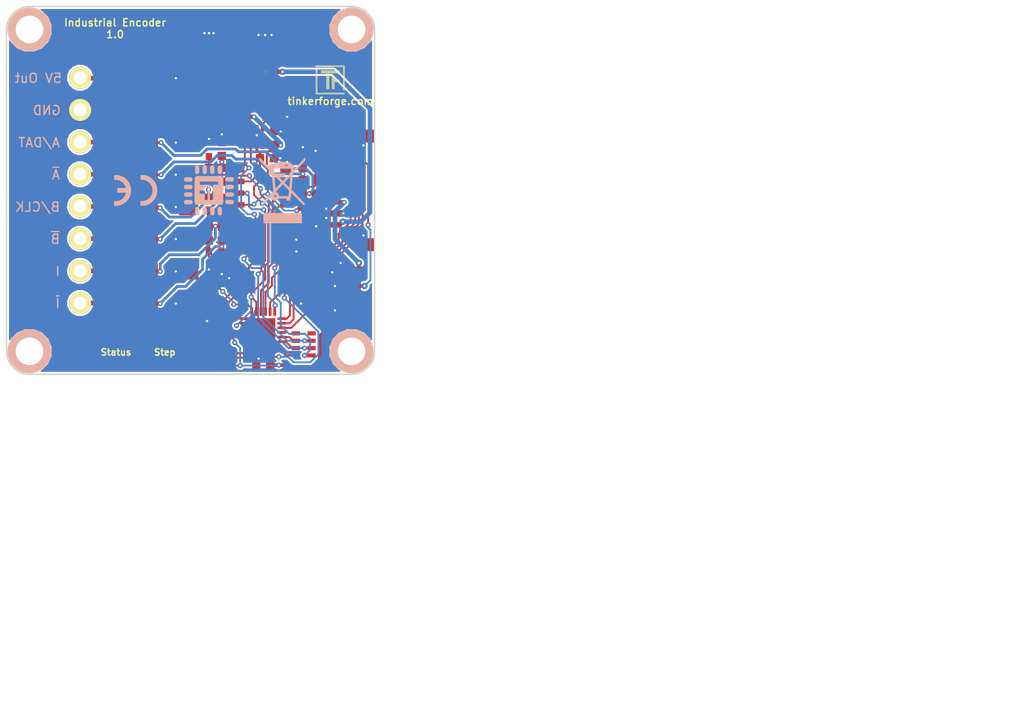
<source format=kicad_pcb>
(kicad_pcb (version 4) (host pcbnew 4.0.2+dfsg1-stable)
  (title_block (title "Industrial Encoder Bricklet") (date 2017-02-13) (rev 1.0) (company "Tinkerforge GmbH") (comment 1 "Licensed under CERN OHL v.1.1") (comment 2 "Copyright (©) 2017, B.Nordmeyer <bastian@tinkerforge.com>"))
  (layers (0 F.Cu signal) (31 B.Cu signal) (34 B.Paste user) (35 F.Paste user) (36 B.SilkS user) (37 F.SilkS user) (38 B.Mask user) (39 F.Mask user) (44 Edge.Cuts user))
  (net 0 "")
  (net 1 GND)
  (net 2 VCC)
  (net 3 S-MOSI)
  (net 4 S-CLK)
  (net 5 S-CS)
  (net 6 "Net-(C1-Pad2)")
  (net 7 +5VA)
  (net 8 +5V)
  (net 9 "Net-(D1-Pad2)")
  (net 10 "Net-(D2-Pad2)")
  (net 11 A/DAT)
  (net 12 ~A)
  (net 13 B/CLK)
  (net 14 ~B)
  (net 15 I)
  (net 16 ~I)
  (net 17 "Net-(P2-Pad2)")
  (net 18 "Net-(P3-Pad3)")
  (net 19 "Net-(P3-Pad4)")
  (net 20 "Net-(P3-Pad1)")
  (net 21 "Net-(P3-Pad5)")
  (net 22 "Net-(P3-Pad6)")
  (net 23 "Net-(P3-Pad7)")
  (net 24 "Net-(P3-Pad8)")
  (net 25 "Net-(R3-Pad1)")
  (net 26 EN-DIFF)
  (net 27 S-MISO)
  (net 28 B-CLK)
  (net 29 B-CLK-EN)
  (net 30 A-T)
  (net 31 B-T)
  (net 32 I-T)
  (net 33 B-D)
  (net 34 I-D)
  (net 35 A-D)
  (net 36 "Net-(RP3-Pad2)")
  (net 37 "Net-(RP3-Pad3)")
  (net 38 "Net-(RP3-Pad4)")
  (net 39 "Net-(RP2-Pad8)")
  (net 40 "Net-(D5-Pad2)")
  (net 41 "Net-(P1-Pad4)")
  (net 42 "Net-(P1-Pad5)")
  (net 43 "Net-(P1-Pad6)")
  (net 44 "Net-(RP2-Pad5)")
  (module kicad-libraries:QFN24-4x4mm-0.5mm (layer F.Cu) (at 194.3 121.1)
    (fp_text reference U1)
    (fp_text value XMC1XXX24)
    (pad 1 smd oval (at -2.025 -1.25) (size 1 0.3) (layers F.Cu F.Paste F.Mask) (net 28 B-CLK))
    (pad 2 smd oval (at -2.025 -0.75) (size 1 0.3) (layers F.Cu F.Paste F.Mask) (net 31 B-T))
    (pad 3 smd oval (at -2.025 -0.25) (size 1 0.3) (layers F.Cu F.Paste F.Mask))
    (pad 4 smd oval (at -2.025 0.25) (size 1 0.3) (layers F.Cu F.Paste F.Mask))
    (pad 5 smd oval (at -2.025 0.75) (size 1 0.3) (layers F.Cu F.Paste F.Mask))
    (pad 6 smd oval (at -2.025 1.25) (size 1 0.3) (layers F.Cu F.Paste F.Mask))
    (pad 7 smd oval (at -1.25 2.025 90) (size 1 0.3) (layers F.Cu F.Paste F.Mask) (net 39 "Net-(RP2-Pad8)"))
    (pad 8 smd oval (at -0.75 2.025 90) (size 1 0.3) (layers F.Cu F.Paste F.Mask) (net 44 "Net-(RP2-Pad5)"))
    (pad 9 smd oval (at -0.25 2.025 90) (size 1 0.3) (layers F.Cu F.Paste F.Mask) (net 1 GND))
    (pad 10 smd oval (at 0.25 2.025 90) (size 1 0.3) (layers F.Cu F.Paste F.Mask) (net 2 VCC))
    (pad 11 smd oval (at 0.75 2.025 90) (size 1 0.3) (layers F.Cu F.Paste F.Mask) (net 4 S-CLK))
    (pad 12 smd oval (at 1.25 2.025 90) (size 1 0.3) (layers F.Cu F.Paste F.Mask) (net 38 "Net-(RP3-Pad4)"))
    (pad 13 smd oval (at 2.025 1.25) (size 1 0.3) (layers F.Cu F.Paste F.Mask) (net 37 "Net-(RP3-Pad3)"))
    (pad 14 smd oval (at 2.025 0.75) (size 1 0.3) (layers F.Cu F.Paste F.Mask) (net 36 "Net-(RP3-Pad2)"))
    (pad 15 smd oval (at 2.025 0.25) (size 1 0.3) (layers F.Cu F.Paste F.Mask))
    (pad 16 smd oval (at 2.025 -0.25) (size 1 0.3) (layers F.Cu F.Paste F.Mask) (net 17 "Net-(P2-Pad2)"))
    (pad 17 smd oval (at 2.025 -0.75) (size 1 0.3) (layers F.Cu F.Paste F.Mask) (net 27 S-MISO))
    (pad 18 smd oval (at 2.025 -1.25) (size 1 0.3) (layers F.Cu F.Paste F.Mask) (net 3 S-MOSI))
    (pad 19 smd oval (at 1.25 -2.025 90) (size 1 0.3) (layers F.Cu F.Paste F.Mask) (net 29 B-CLK-EN))
    (pad 20 smd oval (at 0.75 -2.025 90) (size 1 0.3) (layers F.Cu F.Paste F.Mask) (net 5 S-CS))
    (pad 21 smd oval (at 0.25 -2.025 90) (size 1 0.3) (layers F.Cu F.Paste F.Mask) (net 26 EN-DIFF))
    (pad 22 smd oval (at -0.25 -2.025 90) (size 1 0.3) (layers F.Cu F.Paste F.Mask) (net 30 A-T))
    (pad 23 smd oval (at -0.75 -2.025 90) (size 1 0.3) (layers F.Cu F.Paste F.Mask) (net 31 B-T))
    (pad 24 smd oval (at -1.25 -2.025 90) (size 1 0.3) (layers F.Cu F.Paste F.Mask) (net 32 I-T))
    (pad EXP smd rect (at 0.65 0.65) (size 1.3 1.3) (layers F.Cu F.Paste F.Mask) (net 1 GND))
    (pad EXP smd rect (at 0.65 -0.65) (size 1.3 1.3) (layers F.Cu F.Paste F.Mask) (net 1 GND))
    (pad EXP smd rect (at -0.65 0.65) (size 1.3 1.3) (layers F.Cu F.Paste F.Mask) (net 1 GND))
    (pad EXP smd rect (at -0.65 -0.65) (size 1.3 1.3) (layers F.Cu F.Paste F.Mask) (net 1 GND))
  )
  (module kicad-libraries:0603X4 (layer F.Cu) (at 187.9 122.5 90)
    (fp_text reference RP2)
    (fp_text value 1k)
    (pad 1 smd rect (at 1.19888 -0.8509 90) (size 0.44958 0.89916) (layers F.Cu F.Paste F.Mask) (net 9 "Net-(D1-Pad2)"))
    (pad 2 smd rect (at 0.39878 -0.8509 90) (size 0.44958 0.89916) (layers F.Cu F.Paste F.Mask))
    (pad 3 smd rect (at -0.39878 -0.8509 90) (size 0.44958 0.89916) (layers F.Cu F.Paste F.Mask))
    (pad 4 smd rect (at -1.19888 -0.8509 90) (size 0.44958 0.89916) (layers F.Cu F.Paste F.Mask) (net 10 "Net-(D2-Pad2)"))
    (pad 5 smd rect (at -1.19888 0.8509 90) (size 0.44958 0.89916) (layers F.Cu F.Paste F.Mask) (net 44 "Net-(RP2-Pad5)"))
    (pad 6 smd rect (at -0.39878 0.8509 90) (size 0.44958 0.89916) (layers F.Cu F.Paste F.Mask))
    (pad 7 smd rect (at 0.39878 0.8509 90) (size 0.44958 0.89916) (layers F.Cu F.Paste F.Mask))
    (pad 8 smd rect (at 1.19888 0.8509 90) (size 0.44958 0.89916) (layers F.Cu F.Paste F.Mask) (net 39 "Net-(RP2-Pad8)"))
  )
  (module kicad-libraries:Logo_CoMCU (layer B.Cu) (at 188.4 105.9 180)
    (fp_text reference G*** hide)
    (fp_text value LOGO hide)
  )
  (module kicad-libraries:WEEE_7mm (layer B.Cu) (at 196.4 105.9 180)
    (fp_text reference G*** hide)
    (fp_text value LOGO hide)
  )
  (module kicad-libraries:CE_5mm (layer B.Cu) (at 180.4 105.9 180)
    (fp_text reference VAL hide)
    (fp_text value CE_5mm hide)
  )
  (module kicad-libraries:Fiducial_Mark (layer F.Cu) (at 173.4 123.9)
    (fp_text reference Fiducial_Mark hide)
    (fp_text value VAL** hide)
    (pad 1 smd circle (at 0 0) (size 1.00076 1.00076) (layers F.Cu F.Paste F.Mask) (clearance 0.65024))
  )
  (module kicad-libraries:Fiducial_Mark (layer F.Cu) (at 199.4 87.9)
    (fp_text reference Fiducial_Mark hide)
    (fp_text value VAL** hide)
    (pad 1 smd circle (at 0 0) (size 1.00076 1.00076) (layers F.Cu F.Paste F.Mask) (clearance 0.65024))
  )
  (module kicad-libraries:Fiducial_Mark (layer F.Cu) (at 173.4 89.4)
    (fp_text reference Fiducial_Mark hide)
    (fp_text value VAL** hide)
    (pad 1 smd circle (at 0 0) (size 1.00076 1.00076) (layers F.Cu F.Paste F.Mask) (clearance 0.65024))
  )
  (module kicad-libraries:Logo_31x31 (layer F.Cu) (at 200 92.3)
    (fp_text reference G*** hide)
    (fp_text value Logo_31x31 hide)
  )
  (module kicad-libraries:DRILL_NP (layer F.Cu) (at 168.9 88.4)
    (fp_text reference U7 hide)
    (fp_text value DRILL hide)
    (pad "" np_thru_hole circle (at 0 0) (size 2.99974 2.99974) (drill 2.99974) (layers *.Cu *.Mask F.SilkS) (clearance 0.89916))
  )
  (module kicad-libraries:DRILL_NP (layer F.Cu) (at 168.9 123.4)
    (fp_text reference U6 hide)
    (fp_text value DRILL hide)
    (pad "" np_thru_hole circle (at 0 0) (size 2.99974 2.99974) (drill 2.99974) (layers *.Cu *.Mask F.SilkS) (clearance 0.89916))
  )
  (module kicad-libraries:DRILL_NP (layer F.Cu) (at 203.9 123.4)
    (fp_text reference U5 hide)
    (fp_text value DRILL hide)
    (pad "" np_thru_hole circle (at 0 0) (size 2.99974 2.99974) (drill 2.99974) (layers *.Cu *.Mask F.SilkS) (clearance 0.89916))
  )
  (module kicad-libraries:DRILL_NP (layer F.Cu) (at 203.9 88.4)
    (fp_text reference U4 hide)
    (fp_text value DRILL hide)
    (pad "" np_thru_hole circle (at 0 0) (size 2.99974 2.99974) (drill 2.99974) (layers *.Cu *.Mask F.SilkS) (clearance 0.89916))
  )
  (module kicad-libraries:0603X4 (layer F.Cu) (at 198.7 122.65 90)
    (fp_text reference RP3)
    (fp_text value 1k)
    (pad 1 smd rect (at 1.19888 -0.8509 90) (size 0.44958 0.89916) (layers F.Cu F.Paste F.Mask))
    (pad 2 smd rect (at 0.39878 -0.8509 90) (size 0.44958 0.89916) (layers F.Cu F.Paste F.Mask) (net 36 "Net-(RP3-Pad2)"))
    (pad 3 smd rect (at -0.39878 -0.8509 90) (size 0.44958 0.89916) (layers F.Cu F.Paste F.Mask) (net 37 "Net-(RP3-Pad3)"))
    (pad 4 smd rect (at -1.19888 -0.8509 90) (size 0.44958 0.89916) (layers F.Cu F.Paste F.Mask) (net 38 "Net-(RP3-Pad4)"))
    (pad 5 smd rect (at -1.19888 0.8509 90) (size 0.44958 0.89916) (layers F.Cu F.Paste F.Mask) (net 35 A-D))
    (pad 6 smd rect (at -0.39878 0.8509 90) (size 0.44958 0.89916) (layers F.Cu F.Paste F.Mask) (net 33 B-D))
    (pad 7 smd rect (at 0.39878 0.8509 90) (size 0.44958 0.89916) (layers F.Cu F.Paste F.Mask) (net 34 I-D))
    (pad 8 smd rect (at 1.19888 0.8509 90) (size 0.44958 0.89916) (layers F.Cu F.Paste F.Mask))
  )
  (module kicad-libraries:SolderJumper (layer F.Cu) (at 201.1 118.95 180)
    (fp_text reference P2)
    (fp_text value Boot)
    (pad 2 smd rect (at 0.55 0 180) (size 0.3 1.4) (layers F.Cu F.Mask) (net 17 "Net-(P2-Pad2)"))
    (pad 2 smd rect (at 0.15 0 180) (size 0.6 0.5) (layers F.Cu F.Mask) (net 17 "Net-(P2-Pad2)"))
    (pad 1 smd rect (at -0.5 0 180) (size 0.4 1.4) (layers F.Cu F.Mask) (net 1 GND))
    (pad 1 smd rect (at -0.225 0.55 180) (size 0.95 0.3) (layers F.Cu F.Mask) (net 1 GND))
    (pad 1 smd rect (at -0.225 -0.55 180) (size 0.95 0.3) (layers F.Cu F.Mask) (net 1 GND))
  )
  (module kicad-libraries:CON-SENSOR2 (layer F.Cu) (at 206.4 105.9 90)
    (fp_text reference P1)
    (fp_text value CON-SENSOR)
    (pad 1 smd rect (at -3.75 -4.6 90) (size 0.6 1.8) (layers F.Cu F.Paste F.Mask) (net 8 +5V))
    (pad 2 smd rect (at -2.5 -4.6 90) (size 0.6 1.8) (layers F.Cu F.Paste F.Mask) (net 1 GND))
    (pad EP smd rect (at -5.9 -1.2 90) (size 1.4 2.4) (layers F.Cu F.Paste F.Mask) (net 1 GND))
    (pad EP smd rect (at 5.9 -1.2 90) (size 1.4 2.4) (layers F.Cu F.Paste F.Mask) (net 1 GND))
    (pad 3 smd rect (at -1.25 -4.6 90) (size 0.6 1.8) (layers F.Cu F.Paste F.Mask) (net 2 VCC))
    (pad 4 smd rect (at 0 -4.6 90) (size 0.6 1.8) (layers F.Cu F.Paste F.Mask) (net 41 "Net-(P1-Pad4)"))
    (pad 5 smd rect (at 1.25 -4.6 90) (size 0.6 1.8) (layers F.Cu F.Paste F.Mask) (net 42 "Net-(P1-Pad5)"))
    (pad 6 smd rect (at 2.5 -4.6 90) (size 0.6 1.8) (layers F.Cu F.Paste F.Mask) (net 43 "Net-(P1-Pad6)"))
    (pad 7 smd rect (at 3.75 -4.6 90) (size 0.6 1.8) (layers F.Cu F.Paste F.Mask) (net 6 "Net-(C1-Pad2)"))
  )
  (module kicad-libraries:D0603E (layer F.Cu) (at 183.6 122.2)
    (fp_text reference D2)
    (fp_text value "LED green")
    (pad 1 smd rect (at -0.8501 0) (size 1.1 1) (layers F.Cu F.Paste F.Mask) (net 2 VCC))
    (pad 2 smd rect (at 0.8501 0) (size 1.1 1) (layers F.Cu F.Paste F.Mask) (net 10 "Net-(D2-Pad2)"))
  )
  (module kicad-libraries:D0603E (layer F.Cu) (at 178.3 122.2)
    (fp_text reference D1)
    (fp_text value "LED blue")
    (pad 1 smd rect (at -0.8501 0) (size 1.1 1) (layers F.Cu F.Paste F.Mask) (net 2 VCC))
    (pad 2 smd rect (at 0.8501 0) (size 1.1 1) (layers F.Cu F.Paste F.Mask) (net 9 "Net-(D1-Pad2)"))
  )
  (module kicad-libraries:C0402E (layer F.Cu) (at 199.3 117.3 45)
    (fp_text reference C1)
    (fp_text value TBD)
    (pad 1 smd rect (at -0.65 0 45) (size 0.7 0.9) (layers F.Cu F.Paste F.Mask) (net 1 GND))
    (pad 2 smd rect (at 0.65 0 45) (size 0.7 0.9) (layers F.Cu F.Paste F.Mask) (net 6 "Net-(C1-Pad2)"))
  )
  (module kicad-libraries:C0805 (layer F.Cu) (at 203.7 114.8)
    (fp_text reference C2)
    (fp_text value 10uF)
    (pad 1 smd rect (at -1.00076 0) (size 1.00076 1.24968) (layers F.Cu F.Paste F.Mask) (net 1 GND) (clearance 0.14986))
    (pad 2 smd rect (at 1.00076 0) (size 1.00076 1.24968) (layers F.Cu F.Paste F.Mask) (net 2 VCC) (clearance 0.14986))
  )
  (module kicad-libraries:C0603F (layer F.Cu) (at 203.7 116.3)
    (fp_text reference C4)
    (fp_text value 1uF)
    (pad 1 smd rect (at -0.75 0) (size 0.9 0.9) (layers F.Cu F.Paste F.Mask) (net 1 GND))
    (pad 2 smd rect (at 0.75 0) (size 0.9 0.9) (layers F.Cu F.Paste F.Mask) (net 2 VCC))
  )
  (module kicad-libraries:C0603F (layer F.Cu) (at 195.5 100.2 90)
    (fp_text reference C5)
    (fp_text value 100nF)
    (pad 1 smd rect (at -0.75 0 90) (size 0.9 0.9) (layers F.Cu F.Paste F.Mask) (net 7 +5VA))
    (pad 2 smd rect (at 0.75 0 90) (size 0.9 0.9) (layers F.Cu F.Paste F.Mask) (net 1 GND))
  )
  (module 3528-21 (layer F.Cu) (at 194.5 91.6 90)
    (fp_text reference C7)
    (fp_text value 100µF)
    (pad 1 smd rect (at -1.40048 0 90) (size 1.59954 2.79908) (layers F.Cu F.Paste F.Mask) (net 8 +5V) (clearance 0.14986))
    (pad 2 smd rect (at 1.40048 0 90) (size 1.59954 2.79908) (layers F.Cu F.Paste F.Mask) (net 1 GND) (clearance 0.14986))
  )
  (module kicad-libraries:C0805 (layer F.Cu) (at 188.4 90.5 270)
    (fp_text reference C8)
    (fp_text value 10µF)
    (pad 1 smd rect (at -1.00076 0 270) (size 1.00076 1.24968) (layers F.Cu F.Paste F.Mask) (net 1 GND) (clearance 0.14986))
    (pad 2 smd rect (at 1.00076 0 270) (size 1.00076 1.24968) (layers F.Cu F.Paste F.Mask) (net 7 +5VA) (clearance 0.14986))
  )
  (module SOD-323 (layer F.Cu) (at 200 102.2 270)
    (fp_text reference D3)
    (fp_text value ESD3V3D3B-TP)
    (pad 1 smd rect (at -1.3208 0 270) (size 0.762 0.6858) (layers F.Cu F.Paste F.Mask) (net 1 GND))
    (pad 2 smd rect (at 1.3208 0 270) (size 0.762 0.6858) (layers F.Cu F.Paste F.Mask) (net 30 A-T))
  )
  (module SOD-323 (layer F.Cu) (at 188.4 100.9 270)
    (fp_text reference D4)
    (fp_text value ESD3V3D3B-TP)
    (pad 1 smd rect (at -1.3208 0 270) (size 0.762 0.6858) (layers F.Cu F.Paste F.Mask) (net 1 GND))
    (pad 2 smd rect (at 1.3208 0 270) (size 0.762 0.6858) (layers F.Cu F.Paste F.Mask) (net 31 B-T))
  )
  (module SOD-128 (layer F.Cu) (at 184 90.2)
    (fp_text reference D5)
    (fp_text value PMEG6050)
    (pad 2 smd rect (at -2.19964 0) (size 1.39954 2.19964) (layers F.Cu F.Paste F.Mask) (net 40 "Net-(D5-Pad2)"))
    (pad 1 smd rect (at 2.19964 0) (size 1.39954 2.19964) (layers F.Cu F.Paste F.Mask) (net 7 +5VA))
  )
  (module DO-214AC (layer F.Cu) (at 184 93.7)
    (fp_text reference D6)
    (fp_text value SMAJ5.0CA)
    (pad 1 smd rect (at -2.19964 0) (size 2.10058 1.80086) (layers F.Cu F.Paste F.Mask) (net 40 "Net-(D5-Pad2)"))
    (pad 2 smd rect (at 2.19964 0) (size 2.10058 1.80086) (layers F.Cu F.Paste F.Mask) (net 1 GND))
  )
  (module DO-214AC (layer F.Cu) (at 184 100.7)
    (fp_text reference D7)
    (fp_text value SMAJ5.0CA)
    (pad 1 smd rect (at -2.19964 0) (size 2.10058 1.80086) (layers F.Cu F.Paste F.Mask) (net 11 A/DAT))
    (pad 2 smd rect (at 2.19964 0) (size 2.10058 1.80086) (layers F.Cu F.Paste F.Mask) (net 1 GND))
  )
  (module DO-214AC (layer F.Cu) (at 184 104.3)
    (fp_text reference D8)
    (fp_text value SMAJ5.0CA)
    (pad 1 smd rect (at -2.19964 0) (size 2.10058 1.80086) (layers F.Cu F.Paste F.Mask) (net 12 ~A))
    (pad 2 smd rect (at 2.19964 0) (size 2.10058 1.80086) (layers F.Cu F.Paste F.Mask) (net 1 GND))
  )
  (module DO-214AC (layer F.Cu) (at 184 107.7)
    (fp_text reference D9)
    (fp_text value SMAJ5.0CA)
    (pad 1 smd rect (at -2.19964 0) (size 2.10058 1.80086) (layers F.Cu F.Paste F.Mask) (net 13 B/CLK))
    (pad 2 smd rect (at 2.19964 0) (size 2.10058 1.80086) (layers F.Cu F.Paste F.Mask) (net 1 GND))
  )
  (module DO-214AC (layer F.Cu) (at 184 111.2)
    (fp_text reference D10)
    (fp_text value SMAJ5.0CA)
    (pad 1 smd rect (at -2.19964 0) (size 2.10058 1.80086) (layers F.Cu F.Paste F.Mask) (net 14 ~B))
    (pad 2 smd rect (at 2.19964 0) (size 2.10058 1.80086) (layers F.Cu F.Paste F.Mask) (net 1 GND))
  )
  (module SOD-323 (layer F.Cu) (at 188.4 113.9 90)
    (fp_text reference D11)
    (fp_text value ESD3V3D3B-TP)
    (pad 1 smd rect (at -1.3208 0 90) (size 0.762 0.6858) (layers F.Cu F.Paste F.Mask) (net 1 GND))
    (pad 2 smd rect (at 1.3208 0 90) (size 0.762 0.6858) (layers F.Cu F.Paste F.Mask) (net 32 I-T))
  )
  (module DO-214AC (layer F.Cu) (at 184 114.7)
    (fp_text reference D12)
    (fp_text value SMAJ5.0CA)
    (pad 1 smd rect (at -2.19964 0) (size 2.10058 1.80086) (layers F.Cu F.Paste F.Mask) (net 15 I))
    (pad 2 smd rect (at 2.19964 0) (size 2.10058 1.80086) (layers F.Cu F.Paste F.Mask) (net 1 GND))
  )
  (module DO-214AC (layer F.Cu) (at 184 118.2)
    (fp_text reference D13)
    (fp_text value SMAJ5.0CA)
    (pad 1 smd rect (at -2.19964 0) (size 2.10058 1.80086) (layers F.Cu F.Paste F.Mask) (net 16 ~I))
    (pad 2 smd rect (at 2.19964 0) (size 2.10058 1.80086) (layers F.Cu F.Paste F.Mask) (net 1 GND))
  )
  (module R0603F (layer F.Cu) (at 189.65 120.1)
    (fp_text reference R1)
    (fp_text value 1k)
    (pad 1 smd rect (at -0.75 0) (size 0.9 0.9) (layers F.Cu F.Paste F.Mask) (net 1 GND))
    (pad 2 smd rect (at 0.75 0) (size 0.9 0.9) (layers F.Cu F.Paste F.Mask) (net 28 B-CLK))
  )
  (module R0603F (layer F.Cu) (at 194.7 102.4 180)
    (fp_text reference R2)
    (fp_text value 1k)
    (pad 1 smd rect (at -0.75 0 180) (size 0.9 0.9) (layers F.Cu F.Paste F.Mask) (net 1 GND))
    (pad 2 smd rect (at 0.75 0 180) (size 0.9 0.9) (layers F.Cu F.Paste F.Mask) (net 29 B-CLK-EN))
  )
  (module R0603F (layer F.Cu) (at 195.4 96.5)
    (fp_text reference R3)
    (fp_text value 1k)
    (pad 1 smd rect (at -0.75 0) (size 0.9 0.9) (layers F.Cu F.Paste F.Mask) (net 25 "Net-(R3-Pad1)"))
    (pad 2 smd rect (at 0.75 0) (size 0.9 0.9) (layers F.Cu F.Paste F.Mask) (net 2 VCC))
  )
  (module R0603F (layer F.Cu) (at 195.4 97.9 180)
    (fp_text reference R4)
    (fp_text value 1k)
    (pad 1 smd rect (at -0.75 0 180) (size 0.9 0.9) (layers F.Cu F.Paste F.Mask) (net 1 GND))
    (pad 2 smd rect (at 0.75 0 180) (size 0.9 0.9) (layers F.Cu F.Paste F.Mask) (net 25 "Net-(R3-Pad1)"))
  )
  (module R0603F (layer F.Cu) (at 199.3 109.1 180)
    (fp_text reference R5)
    (fp_text value 1k)
    (pad 1 smd rect (at -0.75 0 180) (size 0.9 0.9) (layers F.Cu F.Paste F.Mask) (net 1 GND))
    (pad 2 smd rect (at 0.75 0 180) (size 0.9 0.9) (layers F.Cu F.Paste F.Mask) (net 26 EN-DIFF))
  )
  (module R0603F (layer F.Cu) (at 188.4 104.2 270)
    (fp_text reference R7)
    (fp_text value 100)
    (pad 1 smd rect (at -0.75 0 270) (size 0.9 0.9) (layers F.Cu F.Paste F.Mask) (net 31 B-T))
    (pad 2 smd rect (at 0.75 0 270) (size 0.9 0.9) (layers F.Cu F.Paste F.Mask) (net 13 B/CLK))
  )
  (module R0603F (layer F.Cu) (at 199.3 107.7 180)
    (fp_text reference R8)
    (fp_text value 1k)
    (pad 1 smd rect (at -0.75 0 180) (size 0.9 0.9) (layers F.Cu F.Paste F.Mask) (net 11 A/DAT))
    (pad 2 smd rect (at 0.75 0 180) (size 0.9 0.9) (layers F.Cu F.Paste F.Mask) (net 7 +5VA))
  )
  (module R0603F (layer F.Cu) (at 198.6 105.5 270)
    (fp_text reference R9)
    (fp_text value 150)
    (pad 1 smd rect (at -0.75 0 270) (size 0.9 0.9) (layers F.Cu F.Paste F.Mask) (net 12 ~A))
    (pad 2 smd rect (at 0.75 0 270) (size 0.9 0.9) (layers F.Cu F.Paste F.Mask) (net 11 A/DAT))
  )
  (module R0603F (layer F.Cu) (at 198.6 102.7 270)
    (fp_text reference R10)
    (fp_text value 1k)
    (pad 1 smd rect (at -0.75 0 270) (size 0.9 0.9) (layers F.Cu F.Paste F.Mask) (net 1 GND))
    (pad 2 smd rect (at 0.75 0 270) (size 0.9 0.9) (layers F.Cu F.Paste F.Mask) (net 12 ~A))
  )
  (module R0603F (layer F.Cu) (at 189.1 106.7)
    (fp_text reference R11)
    (fp_text value 1k)
    (pad 1 smd rect (at -0.75 0) (size 0.9 0.9) (layers F.Cu F.Paste F.Mask) (net 13 B/CLK))
    (pad 2 smd rect (at 0.75 0) (size 0.9 0.9) (layers F.Cu F.Paste F.Mask) (net 7 +5VA))
  )
  (module R0603F (layer F.Cu) (at 189.8 104.2 270)
    (fp_text reference R12)
    (fp_text value 150)
    (pad 1 smd rect (at -0.75 0 270) (size 0.9 0.9) (layers F.Cu F.Paste F.Mask) (net 14 ~B))
    (pad 2 smd rect (at 0.75 0 270) (size 0.9 0.9) (layers F.Cu F.Paste F.Mask) (net 13 B/CLK))
  )
  (module R0603F (layer F.Cu) (at 189.8 101.4 270)
    (fp_text reference R13)
    (fp_text value 1k)
    (pad 1 smd rect (at -0.75 0 270) (size 0.9 0.9) (layers F.Cu F.Paste F.Mask) (net 1 GND))
    (pad 2 smd rect (at 0.75 0 270) (size 0.9 0.9) (layers F.Cu F.Paste F.Mask) (net 14 ~B))
  )
  (module R1206 (layer F.Cu) (at 178.1 93.7)
    (fp_text reference R14)
    (fp_text value 10)
    (pad 1 smd rect (at -1.50114 0) (size 1.00076 1.6002) (layers F.Cu F.Paste F.Mask) (net 20 "Net-(P3-Pad1)"))
    (pad 2 smd rect (at 1.50114 0) (size 1.00076 1.6002) (layers F.Cu F.Paste F.Mask) (net 40 "Net-(D5-Pad2)"))
  )
  (module R0603F (layer F.Cu) (at 188.4 110.6 90)
    (fp_text reference R15)
    (fp_text value 100)
    (pad 1 smd rect (at -0.75 0 90) (size 0.9 0.9) (layers F.Cu F.Paste F.Mask) (net 32 I-T))
    (pad 2 smd rect (at 0.75 0 90) (size 0.9 0.9) (layers F.Cu F.Paste F.Mask) (net 15 I))
  )
  (module R1206 (layer F.Cu) (at 178.1 100.7)
    (fp_text reference R16)
    (fp_text value 10)
    (pad 1 smd rect (at -1.50114 0) (size 1.00076 1.6002) (layers F.Cu F.Paste F.Mask) (net 18 "Net-(P3-Pad3)"))
    (pad 2 smd rect (at 1.50114 0) (size 1.00076 1.6002) (layers F.Cu F.Paste F.Mask) (net 11 A/DAT))
  )
  (module R1206 (layer F.Cu) (at 178.1 104.2)
    (fp_text reference R17)
    (fp_text value 10)
    (pad 1 smd rect (at -1.50114 0) (size 1.00076 1.6002) (layers F.Cu F.Paste F.Mask) (net 19 "Net-(P3-Pad4)"))
    (pad 2 smd rect (at 1.50114 0) (size 1.00076 1.6002) (layers F.Cu F.Paste F.Mask) (net 12 ~A))
  )
  (module R1206 (layer F.Cu) (at 178.1 107.7)
    (fp_text reference R18)
    (fp_text value 10)
    (pad 1 smd rect (at -1.50114 0) (size 1.00076 1.6002) (layers F.Cu F.Paste F.Mask) (net 21 "Net-(P3-Pad5)"))
    (pad 2 smd rect (at 1.50114 0) (size 1.00076 1.6002) (layers F.Cu F.Paste F.Mask) (net 13 B/CLK))
  )
  (module R1206 (layer F.Cu) (at 178.1 111.2)
    (fp_text reference R19)
    (fp_text value 10)
    (pad 1 smd rect (at -1.50114 0) (size 1.00076 1.6002) (layers F.Cu F.Paste F.Mask) (net 22 "Net-(P3-Pad6)"))
    (pad 2 smd rect (at 1.50114 0) (size 1.00076 1.6002) (layers F.Cu F.Paste F.Mask) (net 14 ~B))
  )
  (module R1206 (layer F.Cu) (at 178.1 114.7)
    (fp_text reference R20)
    (fp_text value 10)
    (pad 1 smd rect (at -1.50114 0) (size 1.00076 1.6002) (layers F.Cu F.Paste F.Mask) (net 23 "Net-(P3-Pad7)"))
    (pad 2 smd rect (at 1.50114 0) (size 1.00076 1.6002) (layers F.Cu F.Paste F.Mask) (net 15 I))
  )
  (module R1206 (layer F.Cu) (at 178.1 118.2)
    (fp_text reference R21)
    (fp_text value 10)
    (pad 1 smd rect (at -1.50114 0) (size 1.00076 1.6002) (layers F.Cu F.Paste F.Mask) (net 24 "Net-(P3-Pad8)"))
    (pad 2 smd rect (at 1.50114 0) (size 1.00076 1.6002) (layers F.Cu F.Paste F.Mask) (net 16 ~I))
  )
  (module R0603F (layer F.Cu) (at 189.1 108.1)
    (fp_text reference R22)
    (fp_text value 1k)
    (pad 1 smd rect (at -0.75 0) (size 0.9 0.9) (layers F.Cu F.Paste F.Mask) (net 15 I))
    (pad 2 smd rect (at 0.75 0) (size 0.9 0.9) (layers F.Cu F.Paste F.Mask) (net 7 +5VA))
  )
  (module R0603F (layer F.Cu) (at 189.8 110.6 90)
    (fp_text reference R23)
    (fp_text value 150)
    (pad 1 smd rect (at -0.75 0 90) (size 0.9 0.9) (layers F.Cu F.Paste F.Mask) (net 16 ~I))
    (pad 2 smd rect (at 0.75 0 90) (size 0.9 0.9) (layers F.Cu F.Paste F.Mask) (net 15 I))
  )
  (module R0603F (layer F.Cu) (at 189.8 113.4 90)
    (fp_text reference R24)
    (fp_text value 1k)
    (pad 1 smd rect (at -0.75 0 90) (size 0.9 0.9) (layers F.Cu F.Paste F.Mask) (net 1 GND))
    (pad 2 smd rect (at 0.75 0 90) (size 0.9 0.9) (layers F.Cu F.Paste F.Mask) (net 16 ~I))
  )
  (module SOIC16 (layer F.Cu) (at 194.2 108.1 90)
    (fp_text reference U3)
    (fp_text value ISL32173E)
    (pad 1 smd rect (at -4.44246 2.69748 270) (size 0.59944 1.4986) (layers F.Cu F.Paste F.Mask) (net 1 GND))
    (pad 2 smd rect (at -3.17246 2.69748 270) (size 0.59944 1.4986) (layers F.Cu F.Paste F.Mask) (net 1 GND))
    (pad 3 smd rect (at -1.90246 2.69748 270) (size 0.59944 1.4986) (layers F.Cu F.Paste F.Mask))
    (pad 4 smd rect (at -0.63246 2.69748 270) (size 0.59944 1.4986) (layers F.Cu F.Paste F.Mask) (net 26 EN-DIFF))
    (pad 5 smd rect (at 0.63246 2.69748 270) (size 0.59944 1.4986) (layers F.Cu F.Paste F.Mask) (net 35 A-D))
    (pad 6 smd rect (at 1.90246 2.69748 270) (size 0.59944 1.4986) (layers F.Cu F.Paste F.Mask) (net 11 A/DAT))
    (pad 7 smd rect (at 3.17246 2.69748 270) (size 0.59944 1.4986) (layers F.Cu F.Paste F.Mask) (net 12 ~A))
    (pad 8 smd rect (at 4.44246 2.69748 270) (size 0.59944 1.4986) (layers F.Cu F.Paste F.Mask) (net 1 GND))
    (pad 9 smd rect (at 4.44246 -2.69748 90) (size 0.59944 1.4986) (layers F.Cu F.Paste F.Mask) (net 14 ~B))
    (pad 10 smd rect (at 3.17246 -2.69748 90) (size 0.59944 1.4986) (layers F.Cu F.Paste F.Mask) (net 13 B/CLK))
    (pad 11 smd rect (at 1.90246 -2.69748 90) (size 0.59944 1.4986) (layers F.Cu F.Paste F.Mask) (net 33 B-D))
    (pad 12 smd rect (at 0.63246 -2.69748 90) (size 0.59944 1.4986) (layers F.Cu F.Paste F.Mask) (net 7 +5VA))
    (pad 13 smd rect (at -0.63246 -2.69748 90) (size 0.59944 1.4986) (layers F.Cu F.Paste F.Mask) (net 34 I-D))
    (pad 14 smd rect (at -1.90246 -2.69748 90) (size 0.59944 1.4986) (layers F.Cu F.Paste F.Mask) (net 15 I))
    (pad 15 smd rect (at -3.17246 -2.69748 90) (size 0.59944 1.4986) (layers F.Cu F.Paste F.Mask) (net 16 ~I))
    (pad 16 smd rect (at -4.44246 -2.69748 90) (size 0.59944 1.4986) (layers F.Cu F.Paste F.Mask) (net 2 VCC))
  )
  (module kicad-libraries:C0603F (layer F.Cu) (at 191.3 114.7 270)
    (fp_text reference C6)
    (fp_text value 100nF)
    (pad 1 smd rect (at -0.75 0 270) (size 0.9 0.9) (layers F.Cu F.Paste F.Mask) (net 2 VCC))
    (pad 2 smd rect (at 0.75 0 270) (size 0.9 0.9) (layers F.Cu F.Paste F.Mask) (net 1 GND))
  )
  (module kicad-libraries:C0603F (layer F.Cu) (at 194.3 125)
    (fp_text reference C3)
    (fp_text value 100nF)
    (pad 1 smd rect (at -0.75 0) (size 0.9 0.9) (layers F.Cu F.Paste F.Mask) (net 1 GND))
    (pad 2 smd rect (at 0.75 0) (size 0.9 0.9) (layers F.Cu F.Paste F.Mask) (net 2 VCC))
  )
  (module R0603F (layer F.Cu) (at 200 105.5 270)
    (fp_text reference R6)
    (fp_text value 100)
    (pad 1 smd rect (at -0.75 0 270) (size 0.9 0.9) (layers F.Cu F.Paste F.Mask) (net 30 A-T))
    (pad 2 smd rect (at 0.75 0 270) (size 0.9 0.9) (layers F.Cu F.Paste F.Mask) (net 11 A/DAT))
  )
  (module kicad-libraries:4X0402 (layer F.Cu) (at 198.1 116.1 315)
    (fp_text reference RP1)
    (fp_text value TBD)
    (pad 1 smd rect (at -0.7493 0.575 135) (size 0.29972 0.65) (layers F.Cu F.Paste F.Mask) (net 5 S-CS))
    (pad 2 smd rect (at -0.24892 0.575 135) (size 0.29972 0.65) (layers F.Cu F.Paste F.Mask) (net 4 S-CLK))
    (pad 3 smd rect (at 0.24892 0.575 135) (size 0.29972 0.65) (layers F.Cu F.Paste F.Mask) (net 3 S-MOSI))
    (pad 4 smd rect (at 0.7493 0.575 135) (size 0.29972 0.65) (layers F.Cu F.Paste F.Mask) (net 27 S-MISO))
    (pad 5 smd rect (at 0.7493 -0.575 315) (size 0.29972 0.65) (layers F.Cu F.Paste F.Mask) (net 6 "Net-(C1-Pad2)"))
    (pad 6 smd rect (at 0.24892 -0.575 315) (size 0.29972 0.65) (layers F.Cu F.Paste F.Mask) (net 43 "Net-(P1-Pad6)"))
    (pad 7 smd rect (at -0.24892 -0.575 315) (size 0.29972 0.65) (layers F.Cu F.Paste F.Mask) (net 42 "Net-(P1-Pad5)"))
    (pad 8 smd rect (at -0.7493 -0.575 315) (size 0.29972 0.65) (layers F.Cu F.Paste F.Mask) (net 41 "Net-(P1-Pad4)"))
  )
  (module kicad-libraries:SC70-6 (layer F.Cu) (at 193.6 100.1 180)
    (fp_text reference U2)
    (fp_text value OPA358)
    (pad 1 smd rect (at -0.65 0.95 180) (size 0.4 0.7) (layers F.Cu F.Paste F.Mask) (net 25 "Net-(R3-Pad1)"))
    (pad 2 smd rect (at 0 0.95 180) (size 0.4 0.7) (layers F.Cu F.Paste F.Mask) (net 1 GND))
    (pad 3 smd rect (at 0.65 0.95 180) (size 0.4 0.7) (layers F.Cu F.Paste F.Mask) (net 28 B-CLK))
    (pad 4 smd rect (at 0.65 -0.95 180) (size 0.4 0.7) (layers F.Cu F.Paste F.Mask) (net 13 B/CLK))
    (pad 6 smd rect (at -0.65 -0.95 180) (size 0.4 0.7) (layers F.Cu F.Paste F.Mask) (net 7 +5VA))
    (pad 5 smd rect (at 0 -0.95 180) (size 0.4 0.7) (layers F.Cu F.Paste F.Mask) (net 29 B-CLK-EN))
  )
  (module kicad-libraries:OQ_8P (layer F.Cu) (at 174.4 105.9 270)
    (fp_text reference P3)
    (fp_text value CONN_8)
    (pad 2 thru_hole circle (at -8.7503 0 270) (size 2.4003 2.4003) (drill 1.39954) (layers *.Cu *.Mask F.SilkS) (net 1 GND))
    (pad 3 thru_hole circle (at -5.25018 0 270) (size 2.4003 2.4003) (drill 1.39954) (layers *.Cu *.Mask F.SilkS) (net 18 "Net-(P3-Pad3)"))
    (pad 4 thru_hole circle (at -1.75006 0 270) (size 2.4003 2.4003) (drill 1.39954) (layers *.Cu *.Mask F.SilkS) (net 19 "Net-(P3-Pad4)"))
    (pad 1 thru_hole circle (at -12.25042 0 270) (size 2.4003 2.4003) (drill 1.39954) (layers *.Cu *.Mask F.SilkS) (net 20 "Net-(P3-Pad1)"))
    (pad 5 thru_hole circle (at 1.75006 0 270) (size 2.4003 2.4003) (drill 1.39954) (layers *.Cu *.Mask F.SilkS) (net 21 "Net-(P3-Pad5)"))
    (pad 6 thru_hole circle (at 5.25018 0 270) (size 2.4003 2.4003) (drill 1.39954) (layers *.Cu *.Mask F.SilkS) (net 22 "Net-(P3-Pad6)"))
    (pad 7 thru_hole circle (at 8.7503 0 270) (size 2.4003 2.4003) (drill 1.39954) (layers *.Cu *.Mask F.SilkS) (net 23 "Net-(P3-Pad7)"))
    (pad 8 thru_hole circle (at 12.25042 0 270) (size 2.4003 2.4003) (drill 1.39954) (layers *.Cu *.Mask F.SilkS) (net 24 "Net-(P3-Pad8)"))
  )
  (module kicad-libraries:WE-LQ-1210 (layer F.Cu) (at 191.15 91.65 90)
    (fp_text reference L1)
    (fp_text value 6.8uH)
    (pad 1 smd rect (at -1.2 0 90) (size 1.4 2.8) (layers F.Cu F.Paste F.Mask) (net 8 +5V))
    (pad 2 smd rect (at 1.2 0 90) (size 1.4 2.8) (layers F.Cu F.Paste F.Mask) (net 7 +5VA))
  )
  (gr_text ~I (at 172.3 118.2) (layer B.SilkS) (effects (font (size 1 1)) (justify left mirror)))
  (gr_text I (at 172.3 114.7) (layer B.SilkS) (effects (font (size 1 1)) (justify left mirror)))
  (gr_text ~B (at 172.3 111.2) (layer B.SilkS) (effects (font (size 1 1)) (justify left mirror)))
  (gr_text B/CLK (at 172.3 107.7) (layer B.SilkS) (effects (font (size 1 1)) (justify left mirror)))
  (gr_text ~A (at 172.3 104.2) (layer B.SilkS) (effects (font (size 1 1)) (justify left mirror)))
  (gr_text A/DAT (at 172.3 100.7) (layer B.SilkS) (effects (font (size 1 1)) (justify left mirror)))
  (gr_text GND (at 172.4 97.2) (layer B.SilkS) (effects (font (size 1 1)) (justify left mirror)))
  (gr_text "5V Out" (at 172.5 93.7) (layer B.SilkS) (effects (font (size 1 1)) (justify left mirror)))
  (gr_text Step (at 183.6 123.5) (layer F.SilkS) (effects (font (size 0.7 0.7))))
  (gr_text Status (at 178.3 123.5) (layer F.SilkS) (effects (font (size 0.7 0.7))))
  (gr_line (start 203.9 85.9) (end 168.9 85.9) (angle 90) (layer Edge.Cuts) (width 0.15))
  (gr_line (start 206.4 123.4) (end 206.4 88.4) (angle 90) (layer Edge.Cuts) (width 0.15))
  (gr_line (start 168.9 125.9) (end 203.9 125.9) (angle 90) (layer Edge.Cuts) (width 0.15))
  (gr_line (start 166.4 88.4) (end 166.4 123.4) (angle 90) (layer Edge.Cuts) (width 0.15))
  (gr_arc (start 168.9 88.4) (end 166.4 88.4) (angle 90) (layer Edge.Cuts) (width 0.15))
  (gr_arc (start 203.9 88.4) (end 203.9 85.9) (angle 90) (layer Edge.Cuts) (width 0.15))
  (gr_arc (start 203.9 123.4) (end 206.4 123.4) (angle 90) (layer Edge.Cuts) (width 0.15))
  (gr_arc (start 168.9 123.4) (end 168.9 125.9) (angle 90) (layer Edge.Cuts) (width 0.15))
  (gr_text "Industrial Encoder\n1.0" (at 178.2 88.3) (layer F.SilkS) (effects (font (size 0.8 0.8))))
  (gr_text tinkerforge.com (at 201.6 96.2) (layer F.SilkS) (effects (font (size 0.8 0.8))))
  (segment (start 202.69924 114.8) (end 202.7 114.79924) (width 0.5) (layer F.Cu) (net 1))
  (segment (start 202.7 114.79924) (end 202.7 113.8) (width 0.5) (layer F.Cu) (net 1))
  (via (at 202.7 113.8) (size 0.7) (drill 0.25) (layers F.Cu B.Cu) (net 1))
  (segment (start 202.69924 114.8) (end 201.8 114.8) (width 0.5) (layer F.Cu) (net 1))
  (via (at 201.8 114.8) (size 0.7) (drill 0.25) (layers F.Cu B.Cu) (net 1))
  (segment (start 202.95 116.3) (end 202.1 116.3) (width 0.5) (layer F.Cu) (net 1))
  (via (at 202.1 116.3) (size 0.7) (drill 0.25) (layers F.Cu B.Cu) (net 1))
  (segment (start 198.840381 117.759619) (end 198.4 118.2) (width 0.4) (layer F.Cu) (net 1))
  (via (at 198.4 118.2) (size 0.55) (drill 0.25) (layers F.Cu B.Cu) (net 1))
  (via (at 193.8 124.2) (size 0.55) (drill 0.25) (layers F.Cu B.Cu) (net 1))
  (segment (start 194.05 123.125) (end 194.05 123.95) (width 0.2) (layer F.Cu) (net 1))
  (segment (start 193.55 124.45) (end 193.55 125) (width 0.2) (layer F.Cu) (net 1))
  (segment (start 194.05 123.95) (end 193.8 124.2) (width 0.2) (layer F.Cu) (net 1))
  (segment (start 193.8 124.2) (end 193.55 124.45) (width 0.2) (layer F.Cu) (net 1))
  (segment (start 194.05 123.125) (end 194.05 122.15) (width 0.25) (layer F.Cu) (net 1))
  (segment (start 194.05 122.15) (end 193.65 121.75) (width 0.25) (layer F.Cu) (net 1))
  (segment (start 195.5 99.45) (end 196.15 99.45) (width 0.4) (layer F.Cu) (net 1))
  (via (at 196.2 99.5) (size 0.55) (drill 0.25) (layers F.Cu B.Cu) (net 1))
  (segment (start 196.15 99.45) (end 196.2 99.5) (width 0.4) (layer F.Cu) (net 1))
  (segment (start 191.3 115.45) (end 190.6 115.45) (width 0.5) (layer F.Cu) (net 1))
  (via (at 190.6 115.45) (size 0.55) (drill 0.25) (layers F.Cu B.Cu) (net 1))
  (segment (start 188.4 89.49924) (end 188.4 89.4) (width 0.5) (layer F.Cu) (net 1))
  (segment (start 188.4 89.4) (end 187.9 88.9) (width 0.5) (layer F.Cu) (net 1))
  (via (at 187.9 88.8) (size 0.55) (drill 0.25) (layers F.Cu B.Cu) (net 1))
  (segment (start 187.9 88.9) (end 187.9 88.8) (width 0.5) (layer F.Cu) (net 1))
  (segment (start 188.4 89.4) (end 188.9 88.9) (width 0.5) (layer F.Cu) (net 1))
  (via (at 188.9 88.8) (size 0.55) (drill 0.25) (layers F.Cu B.Cu) (net 1))
  (segment (start 188.9 88.9) (end 188.9 88.8) (width 0.5) (layer F.Cu) (net 1))
  (segment (start 188.4 89.49924) (end 188.4 88.8) (width 0.5) (layer F.Cu) (net 1))
  (via (at 188.4 88.8) (size 0.55) (drill 0.25) (layers F.Cu B.Cu) (net 1))
  (segment (start 194.5 90.19952) (end 194.5 90.1) (width 0.7) (layer F.Cu) (net 1))
  (segment (start 194.5 90.1) (end 193.8 89.4) (width 0.7) (layer F.Cu) (net 1))
  (segment (start 193.8 89.4) (end 193.8 89) (width 0.7) (layer F.Cu) (net 1))
  (via (at 193.8 89) (size 0.7) (drill 0.25) (layers F.Cu B.Cu) (net 1))
  (segment (start 194.5 90.19952) (end 194.50048 90.19952) (width 0.7) (layer F.Cu) (net 1))
  (segment (start 194.50048 90.19952) (end 195.2 89.5) (width 0.7) (layer F.Cu) (net 1))
  (segment (start 195.2 89.5) (end 195.2 89) (width 0.7) (layer F.Cu) (net 1))
  (via (at 195.2 89) (size 0.7) (drill 0.25) (layers F.Cu B.Cu) (net 1))
  (segment (start 194.5 90.19952) (end 194.5 89) (width 0.7) (layer F.Cu) (net 1))
  (via (at 194.5 89) (size 0.7) (drill 0.25) (layers F.Cu B.Cu) (net 1))
  (segment (start 200 100.8792) (end 200 101.6) (width 0.5) (layer F.Cu) (net 1))
  (via (at 200 101.6) (size 0.7) (drill 0.25) (layers F.Cu B.Cu) (net 1))
  (segment (start 188.4 99.5792) (end 188.4 100.3) (width 0.7) (layer F.Cu) (net 1))
  (via (at 188.4 100.3) (size 0.7) (drill 0.25) (layers F.Cu B.Cu) (net 1))
  (segment (start 188.4 115.2208) (end 188.4 114.5) (width 0.7) (layer F.Cu) (net 1))
  (via (at 188.4 114.5) (size 0.7) (drill 0.25) (layers F.Cu B.Cu) (net 1))
  (segment (start 186.19964 100.7) (end 184.8 100.7) (width 0.7) (layer F.Cu) (net 1))
  (via (at 184.8 100.7) (size 0.7) (drill 0.25) (layers F.Cu B.Cu) (net 1))
  (segment (start 186.19964 118.2) (end 184.8 118.2) (width 0.7) (layer F.Cu) (net 1))
  (via (at 184.8 118.2) (size 0.7) (drill 0.25) (layers F.Cu B.Cu) (net 1))
  (segment (start 186.19964 114.7) (end 184.8 114.7) (width 0.7) (layer F.Cu) (net 1))
  (via (at 184.8 114.7) (size 0.7) (drill 0.25) (layers F.Cu B.Cu) (net 1))
  (segment (start 186.19964 93.7) (end 184.8 93.7) (width 0.7) (layer F.Cu) (net 1))
  (via (at 184.8 93.7) (size 0.7) (drill 0.25) (layers F.Cu B.Cu) (net 1))
  (segment (start 186.19964 104.2) (end 184.8 104.2) (width 0.7) (layer F.Cu) (net 1))
  (via (at 184.8 104.2) (size 0.7) (drill 0.25) (layers F.Cu B.Cu) (net 1))
  (segment (start 186.19964 107.7) (end 184.8 107.7) (width 0.7) (layer F.Cu) (net 1))
  (via (at 184.8 107.7) (size 0.7) (drill 0.25) (layers F.Cu B.Cu) (net 1))
  (segment (start 186.19964 111.2) (end 184.8 111.2) (width 0.7) (layer F.Cu) (net 1))
  (via (at 184.8 111.2) (size 0.7) (drill 0.25) (layers F.Cu B.Cu) (net 1))
  (segment (start 196.89748 112.54246) (end 197.89246 112.54246) (width 0.5) (layer F.Cu) (net 1))
  (via (at 197.9 112.55) (size 0.55) (drill 0.25) (layers F.Cu B.Cu) (net 1))
  (segment (start 197.89246 112.54246) (end 197.9 112.55) (width 0.5) (layer F.Cu) (net 1))
  (segment (start 196.89748 111.27246) (end 197.87754 111.27246) (width 0.5) (layer F.Cu) (net 1))
  (via (at 197.9 111.25) (size 0.55) (drill 0.25) (layers F.Cu B.Cu) (net 1))
  (segment (start 197.87754 111.27246) (end 197.9 111.25) (width 0.5) (layer F.Cu) (net 1))
  (segment (start 201.6 118.95) (end 202.1 118.95) (width 0.3) (layer F.Cu) (net 1))
  (via (at 202.1 118.95) (size 0.55) (drill 0.25) (layers F.Cu B.Cu) (net 1))
  (segment (start 201.325 119.5) (end 201.45 119.5) (width 0.2) (layer F.Cu) (net 1))
  (segment (start 201.45 119.5) (end 201.6 119.35) (width 0.2) (layer F.Cu) (net 1))
  (segment (start 201.6 119.35) (end 201.6 118.95) (width 0.2) (layer F.Cu) (net 1))
  (segment (start 201.325 118.4) (end 201.55 118.4) (width 0.2) (layer F.Cu) (net 1))
  (segment (start 201.55 118.4) (end 201.6 118.45) (width 0.2) (layer F.Cu) (net 1))
  (segment (start 201.6 118.45) (end 201.6 118.9) (width 0.2) (layer F.Cu) (net 1))
  (segment (start 201.6 118.9) (end 201.6 118.95) (width 0.2) (layer F.Cu) (net 1))
  (segment (start 195.45 102.4) (end 196.15 102.4) (width 0.5) (layer F.Cu) (net 1))
  (via (at 196.15 102.4) (size 0.55) (drill 0.25) (layers F.Cu B.Cu) (net 1))
  (segment (start 188.9 120.1) (end 188.2 120.1) (width 0.5) (layer F.Cu) (net 1))
  (via (at 188.2 120.1) (size 0.55) (drill 0.25) (layers F.Cu B.Cu) (net 1))
  (segment (start 201.8 108.4) (end 201.65 108.4) (width 0.5) (layer F.Cu) (net 1))
  (segment (start 201.65 108.4) (end 201.15 108.9) (width 0.5) (layer F.Cu) (net 1))
  (via (at 201.15 108.9) (size 0.55) (drill 0.25) (layers F.Cu B.Cu) (net 1))
  (segment (start 201.65 108.4) (end 201.15 107.9) (width 0.5) (layer F.Cu) (net 1))
  (via (at 201.15 107.9) (size 0.55) (drill 0.25) (layers F.Cu B.Cu) (net 1))
  (segment (start 200.05 109.1) (end 200.05 109.8) (width 0.5) (layer F.Cu) (net 1))
  (via (at 200.05 109.8) (size 0.55) (drill 0.25) (layers F.Cu B.Cu) (net 1))
  (segment (start 200.05 109.1) (end 200.3 109.1) (width 0.25) (layer F.Cu) (net 1))
  (segment (start 201.8 108.4) (end 203 108.4) (width 0.7) (layer F.Cu) (net 1))
  (via (at 203 108.4) (size 0.7) (drill 0.25) (layers F.Cu B.Cu) (net 1))
  (segment (start 193.6 99.15) (end 193.6 99.9) (width 0.25) (layer F.Cu) (net 1))
  (via (at 193.6 99.9) (size 0.55) (drill 0.25) (layers F.Cu B.Cu) (net 1))
  (segment (start 196.15 97.9) (end 196.9 97.9) (width 0.4) (layer F.Cu) (net 1))
  (via (at 196.9 97.9) (size 0.55) (drill 0.25) (layers F.Cu B.Cu) (net 1))
  (segment (start 205.2 100) (end 205.2 101) (width 0.4) (layer F.Cu) (net 1))
  (via (at 205.2 101) (size 0.55) (drill 0.25) (layers F.Cu B.Cu) (net 1))
  (segment (start 205.2 111.8) (end 205.2 110.8) (width 0.4) (layer F.Cu) (net 1))
  (via (at 205.2 110.8) (size 0.55) (drill 0.25) (layers F.Cu B.Cu) (net 1))
  (segment (start 198.6 101.95) (end 198.6 101.2) (width 0.5) (layer F.Cu) (net 1))
  (via (at 198.6 101.2) (size 0.7) (drill 0.25) (layers F.Cu B.Cu) (net 1))
  (segment (start 196.89748 103.65754) (end 196.89748 102.80252) (width 0.5) (layer F.Cu) (net 1))
  (via (at 196.9 102.8) (size 0.7) (drill 0.25) (layers F.Cu B.Cu) (net 1))
  (segment (start 196.89748 102.80252) (end 196.9 102.8) (width 0.5) (layer F.Cu) (net 1))
  (segment (start 189.8 100.65) (end 189.8 99.8) (width 0.7) (layer F.Cu) (net 1))
  (via (at 189.8 99.8) (size 0.7) (drill 0.25) (layers F.Cu B.Cu) (net 1))
  (segment (start 189.8 114.15) (end 189.8 115) (width 0.7) (layer F.Cu) (net 1))
  (via (at 189.8 115) (size 0.7) (drill 0.25) (layers F.Cu B.Cu) (net 1))
  (segment (start 193.542283 125.161626) (end 193.514467 125.189445) (width 0.25) (layer F.Cu) (net 1))
  (segment (start 193.542284 124.921678) (end 193.542283 125.161626) (width 0.25) (layer F.Cu) (net 1))
  (segment (start 193.642284 122.276095) (end 194.942284 122.276094) (width 0.2) (layer F.Cu) (net 1))
  (segment (start 193.642283 120.976093) (end 193.642284 122.276095) (width 0.2) (layer F.Cu) (net 1))
  (segment (start 194.942283 120.976092) (end 193.642283 120.976093) (width 0.2) (layer F.Cu) (net 1))
  (segment (start 191.3 113.95) (end 191.8 113.95) (width 0.2) (layer F.Cu) (net 2))
  (segment (start 191.8 123.05) (end 191.8 124.95) (width 0.2) (layer B.Cu) (net 2))
  (segment (start 191.2 122.45) (end 191.8 123.05) (width 0.2) (layer B.Cu) (net 2))
  (via (at 191.2 122.45) (size 0.55) (drill 0.25) (layers F.Cu B.Cu) (net 2))
  (segment (start 191.2 122.205022) (end 191.2 122.45) (width 0.2) (layer F.Cu) (net 2))
  (segment (start 189.65 120.655022) (end 191.2 122.205022) (width 0.2) (layer F.Cu) (net 2))
  (segment (start 189.65 118.2) (end 189.65 120.655022) (width 0.2) (layer F.Cu) (net 2))
  (segment (start 190.7 117.15) (end 189.65 118.2) (width 0.2) (layer F.Cu) (net 2))
  (segment (start 191.35 117.15) (end 190.7 117.15) (width 0.2) (layer F.Cu) (net 2))
  (segment (start 192.25 116.25) (end 191.35 117.15) (width 0.2) (layer F.Cu) (net 2))
  (segment (start 192.25 114.4) (end 192.25 116.25) (width 0.2) (layer F.Cu) (net 2))
  (segment (start 191.8 113.95) (end 192.25 114.4) (width 0.2) (layer F.Cu) (net 2))
  (segment (start 204.7 113.8) (end 202.1 111.2) (width 0.5) (layer B.Cu) (net 2))
  (segment (start 203.05 107.15) (end 203.1 107.2) (width 0.4) (layer F.Cu) (net 2))
  (via (at 203.1 107.2) (size 0.55) (drill 0.25) (layers F.Cu B.Cu) (net 2))
  (segment (start 201.8 107.15) (end 203.05 107.15) (width 0.4) (layer F.Cu) (net 2))
  (segment (start 204.70076 113.80076) (end 204.7 113.8) (width 0.4) (layer F.Cu) (net 2))
  (via (at 204.7 113.8) (size 0.7) (drill 0.25) (layers F.Cu B.Cu) (net 2))
  (segment (start 204.70076 113.80076) (end 204.70076 114.8) (width 0.4) (layer F.Cu) (net 2))
  (segment (start 202.1 108.2) (end 203.1 107.2) (width 0.5) (layer B.Cu) (net 2))
  (segment (start 202.1 111.2) (end 202.1 108.2) (width 0.5) (layer B.Cu) (net 2))
  (segment (start 205.3 116.3) (end 205.95 115.65) (width 0.2) (layer B.Cu) (net 2))
  (via (at 205.3 116.3) (size 0.7) (drill 0.25) (layers F.Cu B.Cu) (net 2))
  (segment (start 204.45 116.3) (end 205.3 116.3) (width 0.4) (layer F.Cu) (net 2))
  (segment (start 205.95 115.65) (end 205.95 110.2) (width 0.2) (layer B.Cu) (net 2))
  (segment (start 200.45 121.75) (end 204.45 117.75) (width 0.4) (layer F.Cu) (net 2))
  (segment (start 196 124.9) (end 196.8 124.9) (width 0.4) (layer F.Cu) (net 2))
  (segment (start 200.45 124.4) (end 200.45 121.75) (width 0.4) (layer F.Cu) (net 2))
  (segment (start 199.75 125.1) (end 200.45 124.4) (width 0.4) (layer F.Cu) (net 2))
  (segment (start 197 125.1) (end 199.75 125.1) (width 0.4) (layer F.Cu) (net 2))
  (segment (start 196.8 124.9) (end 197 125.1) (width 0.4) (layer F.Cu) (net 2))
  (segment (start 204.45 117.75) (end 204.45 116.3) (width 0.4) (layer F.Cu) (net 2))
  (segment (start 204.45 116.3) (end 204.45 115.75) (width 0.4) (layer F.Cu) (net 2))
  (segment (start 204.45 115.75) (end 204.70076 115.49924) (width 0.4) (layer F.Cu) (net 2))
  (segment (start 204.70076 115.49924) (end 204.70076 114.8) (width 0.4) (layer F.Cu) (net 2))
  (segment (start 194.55 123.125) (end 194.55 123.85) (width 0.2) (layer F.Cu) (net 2))
  (segment (start 195.05 124.35) (end 195.05 125) (width 0.2) (layer F.Cu) (net 2))
  (segment (start 194.55 123.85) (end 195.05 124.35) (width 0.2) (layer F.Cu) (net 2))
  (segment (start 205.7 109.65) (end 205.7 109.95) (width 0.2) (layer B.Cu) (net 2))
  (via (at 205.7 109.65) (size 0.55) (drill 0.25) (layers F.Cu B.Cu) (net 2))
  (segment (start 205.7 109.65) (end 205.7 103.15) (width 0.2) (layer F.Cu) (net 2))
  (segment (start 205.7 103.15) (end 201.75 99.2) (width 0.2) (layer F.Cu) (net 2))
  (segment (start 201.75 99.2) (end 201.75 97.9) (width 0.2) (layer F.Cu) (net 2))
  (segment (start 201.75 97.9) (end 200.35 96.5) (width 0.2) (layer F.Cu) (net 2))
  (segment (start 200.35 96.5) (end 196.15 96.5) (width 0.2) (layer F.Cu) (net 2))
  (segment (start 205.7 109.95) (end 205.95 110.2) (width 0.2) (layer B.Cu) (net 2))
  (segment (start 184.45 124.95) (end 179.2 124.95) (width 0.2) (layer F.Cu) (net 2))
  (segment (start 177.4499 123.1999) (end 177.4499 122.2) (width 0.2) (layer F.Cu) (net 2))
  (segment (start 179.2 124.95) (end 177.4499 123.1999) (width 0.2) (layer F.Cu) (net 2))
  (segment (start 182.7499 122.2) (end 182.7499 123.2499) (width 0.2) (layer F.Cu) (net 2))
  (segment (start 195.95 124.95) (end 196 124.9) (width 0.2) (layer B.Cu) (net 2))
  (via (at 196 124.9) (size 0.55) (drill 0.25) (layers F.Cu B.Cu) (net 2))
  (segment (start 191.8 124.95) (end 195.95 124.95) (width 0.2) (layer B.Cu) (net 2))
  (via (at 191.8 124.95) (size 0.55) (drill 0.25) (layers F.Cu B.Cu) (net 2))
  (segment (start 184.45 124.95) (end 191.8 124.95) (width 0.2) (layer F.Cu) (net 2))
  (segment (start 182.7499 123.2499) (end 184.45 124.95) (width 0.2) (layer F.Cu) (net 2))
  (segment (start 196 124.9) (end 195.05 124.9) (width 0.4) (layer F.Cu) (net 2))
  (segment (start 191.3 113.95) (end 191.3 112.74498) (width 0.2) (layer F.Cu) (net 2))
  (segment (start 191.3 112.74498) (end 191.50252 112.54246) (width 0.2) (layer F.Cu) (net 2))
  (segment (start 196.325 119.85) (end 196.85 119.85) (width 0.2) (layer F.Cu) (net 3))
  (segment (start 197.2 117.352026) (end 197.869427 116.682599) (width 0.2) (layer F.Cu) (net 3))
  (segment (start 197.2 119.5) (end 197.2 117.352026) (width 0.2) (layer F.Cu) (net 3))
  (segment (start 196.85 119.85) (end 197.2 119.5) (width 0.2) (layer F.Cu) (net 3))
  (segment (start 196 124) (end 197 124) (width 0.2) (layer B.Cu) (net 4))
  (via (at 196 124) (size 0.55) (drill 0.25) (layers F.Cu B.Cu) (net 4))
  (segment (start 195.05 123.125) (end 195.05 123.75) (width 0.2) (layer F.Cu) (net 4))
  (segment (start 195.3 124) (end 195.05 123.75) (width 0.2) (layer F.Cu) (net 4))
  (segment (start 196 124) (end 195.3 124) (width 0.2) (layer F.Cu) (net 4))
  (segment (start 196.6 117.247974) (end 196.6 117.6) (width 0.2) (layer F.Cu) (net 4))
  (via (at 196.6 117.6) (size 0.55) (drill 0.25) (layers F.Cu B.Cu) (net 4))
  (segment (start 196.6 117.247974) (end 197.517401 116.330573) (width 0.2) (layer F.Cu) (net 4))
  (segment (start 200.3 121.3) (end 196.6 117.6) (width 0.2) (layer B.Cu) (net 4))
  (segment (start 200.3 123.7) (end 200.3 121.3) (width 0.2) (layer B.Cu) (net 4))
  (segment (start 199.4 124.6) (end 200.3 123.7) (width 0.2) (layer B.Cu) (net 4))
  (segment (start 197.6 124.6) (end 199.4 124.6) (width 0.2) (layer B.Cu) (net 4))
  (segment (start 197 124) (end 197.6 124.6) (width 0.2) (layer B.Cu) (net 4))
  (segment (start 195.05 119.075) (end 195.05 118.090329) (width 0.2) (layer F.Cu) (net 5))
  (segment (start 195.05 118.090329) (end 197.163578 115.976751) (width 0.2) (layer F.Cu) (net 5))
  (segment (start 199.036422 116.223249) (end 199.653554 116.840381) (width 0.2) (layer F.Cu) (net 6))
  (segment (start 199.653554 116.840381) (end 199.759619 116.840381) (width 0.2) (layer F.Cu) (net 6))
  (segment (start 199.036422 116.223249) (end 200.159671 115.1) (width 0.2) (layer F.Cu) (net 6))
  (segment (start 203.7 111.848528) (end 203.7 111) (width 0.2) (layer F.Cu) (net 6))
  (segment (start 203.7 111) (end 205.1 109.6) (width 0.2) (layer F.Cu) (net 6))
  (segment (start 205.1 109.6) (end 205.1 103.5) (width 0.2) (layer F.Cu) (net 6))
  (segment (start 205.1 103.5) (end 203.75 102.15) (width 0.2) (layer F.Cu) (net 6))
  (segment (start 203.75 102.15) (end 201.8 102.15) (width 0.2) (layer F.Cu) (net 6))
  (segment (start 202.101561 113.446967) (end 203.7 111.848528) (width 0.2) (layer F.Cu) (net 6))
  (segment (start 200.448528 115.1) (end 202.101561 113.446967) (width 0.2) (layer F.Cu) (net 6))
  (segment (start 200.159671 115.1) (end 200.448528 115.1) (width 0.2) (layer F.Cu) (net 6))
  (segment (start 194.8 106.3) (end 194.4 106.3) (width 0.2) (layer B.Cu) (net 7))
  (segment (start 194.4 106.3) (end 193.3 107.4) (width 0.2) (layer B.Cu) (net 7))
  (segment (start 194.8 106.3) (end 194.8 103.35) (width 0.2) (layer F.Cu) (net 7))
  (via (at 194.8 106.3) (size 0.55) (drill 0.25) (layers F.Cu B.Cu) (net 7))
  (segment (start 194.8 103.35) (end 194.7 103.25) (width 0.2) (layer F.Cu) (net 7))
  (segment (start 196.6 108.1) (end 194.8 106.3) (width 0.2) (layer B.Cu) (net 7))
  (segment (start 195.5 100.95) (end 195.45 101) (width 0.2) (layer F.Cu) (net 7))
  (segment (start 195.45 101) (end 195.45 101.5) (width 0.2) (layer F.Cu) (net 7))
  (segment (start 195.45 101.5) (end 195.3 101.65) (width 0.2) (layer F.Cu) (net 7))
  (segment (start 195.3 101.65) (end 194.85 101.65) (width 0.2) (layer F.Cu) (net 7))
  (segment (start 194.85 101.65) (end 194.7 101.8) (width 0.2) (layer F.Cu) (net 7))
  (segment (start 194.7 101.8) (end 194.7 103.25) (width 0.2) (layer F.Cu) (net 7))
  (segment (start 196.15 100.95) (end 195.5 100.95) (width 0.5) (layer F.Cu) (net 7))
  (segment (start 196.2 101) (end 196.15 100.95) (width 0.5) (layer F.Cu) (net 7))
  (via (at 196.2 101) (size 0.55) (drill 0.25) (layers F.Cu B.Cu) (net 7))
  (segment (start 196.2 100.8) (end 196.2 101) (width 0.5) (layer B.Cu) (net 7))
  (segment (start 193.3 97.9) (end 196.2 100.8) (width 0.5) (layer B.Cu) (net 7))
  (via (at 193.3 97.9) (size 0.55) (drill 0.25) (layers F.Cu B.Cu) (net 7))
  (segment (start 191.9 97.9) (end 193.3 97.9) (width 0.5) (layer F.Cu) (net 7))
  (segment (start 195.4 101.05) (end 195.5 100.95) (width 0.25) (layer F.Cu) (net 7))
  (segment (start 188.4 94.4) (end 191.9 97.9) (width 0.5) (layer F.Cu) (net 7))
  (segment (start 188.4 91.50076) (end 188.4 94.4) (width 0.5) (layer F.Cu) (net 7))
  (segment (start 186.19964 90.2) (end 186.2 90.2) (width 0.5) (layer F.Cu) (net 7))
  (segment (start 186.2 90.2) (end 187.50076 91.50076) (width 0.5) (layer F.Cu) (net 7))
  (segment (start 187.50076 91.50076) (end 188.4 91.50076) (width 0.5) (layer F.Cu) (net 7))
  (segment (start 188.4 91.50076) (end 188.99924 91.50076) (width 0.5) (layer F.Cu) (net 7))
  (segment (start 188.99924 91.50076) (end 190.05 90.45) (width 0.5) (layer F.Cu) (net 7))
  (segment (start 197.95 108.1) (end 196.6 108.1) (width 0.2) (layer B.Cu) (net 7))
  (segment (start 197.875 108.025) (end 197.95 108.1) (width 0.2) (layer F.Cu) (net 7))
  (via (at 197.95 108.1) (size 0.55) (drill 0.25) (layers F.Cu B.Cu) (net 7))
  (segment (start 198.55 107.7) (end 198.2 107.7) (width 0.2) (layer F.Cu) (net 7))
  (segment (start 198.2 107.7) (end 197.875 108.025) (width 0.2) (layer F.Cu) (net 7))
  (segment (start 198.55 107.7) (end 198.3 107.7) (width 0.2) (layer F.Cu) (net 7))
  (via (at 193.3 107.4) (size 0.55) (drill 0.25) (layers F.Cu B.Cu) (net 7))
  (segment (start 191.50252 107.46754) (end 193.23246 107.46754) (width 0.2) (layer F.Cu) (net 7))
  (segment (start 193.23246 107.46754) (end 193.3 107.4) (width 0.2) (layer F.Cu) (net 7))
  (segment (start 190.05 90.45) (end 191.15 90.45) (width 0.5) (layer F.Cu) (net 7))
  (segment (start 190.94924 90.24924) (end 191.15 90.45) (width 0.5) (layer F.Cu) (net 7))
  (segment (start 194.25 101.05) (end 195.4 101.05) (width 0.25) (layer F.Cu) (net 7))
  (segment (start 189.85 108.1) (end 189.85 106.7) (width 0.3) (layer F.Cu) (net 7))
  (segment (start 189.85 108.1) (end 190 108.1) (width 0.3) (layer F.Cu) (net 7))
  (segment (start 190 108.1) (end 190.63246 107.46754) (width 0.3) (layer F.Cu) (net 7))
  (segment (start 190.63246 107.46754) (end 191.50252 107.46754) (width 0.3) (layer F.Cu) (net 7))
  (segment (start 201.8 109.65) (end 202.6 109.65) (width 0.5) (layer F.Cu) (net 8))
  (segment (start 202.6 109.65) (end 202.95 109.3) (width 0.5) (layer F.Cu) (net 8))
  (segment (start 204.9 109.3) (end 205.9 108.3) (width 0.5) (layer B.Cu) (net 8))
  (segment (start 202.95 109.3) (end 204.9 109.3) (width 0.5) (layer B.Cu) (net 8))
  (via (at 202.95 109.3) (size 0.7) (drill 0.25) (layers F.Cu B.Cu) (net 8))
  (segment (start 194.5 93.00048) (end 191.30048 93.00048) (width 0.5) (layer F.Cu) (net 8))
  (segment (start 191.30048 93.00048) (end 191.15 92.85) (width 0.5) (layer F.Cu) (net 8))
  (segment (start 201.8 109.65) (end 201.85 109.6) (width 0.5) (layer F.Cu) (net 8))
  (segment (start 205.9 108.3) (end 205.9 97) (width 0.5) (layer B.Cu) (net 8))
  (segment (start 205.9 97) (end 201.9 93) (width 0.5) (layer B.Cu) (net 8))
  (segment (start 201.9 93) (end 196.4 93) (width 0.5) (layer B.Cu) (net 8))
  (via (at 196.4 93) (size 0.7) (drill 0.25) (layers F.Cu B.Cu) (net 8))
  (segment (start 196.4 93) (end 196.39952 93.00048) (width 0.5) (layer F.Cu) (net 8))
  (segment (start 196.39952 93.00048) (end 194.5 93.00048) (width 0.5) (layer F.Cu) (net 8))
  (segment (start 186.9991 121.35112) (end 181.74888 121.35112) (width 0.2) (layer F.Cu) (net 9))
  (segment (start 181.74888 121.35112) (end 180.9 122.2) (width 0.2) (layer F.Cu) (net 9))
  (segment (start 180.9 122.2) (end 179.1501 122.2) (width 0.2) (layer F.Cu) (net 9))
  (segment (start 184.4501 122.2) (end 185.15 122.2) (width 0.2) (layer F.Cu) (net 10))
  (segment (start 185.15 122.2) (end 185.7 122.75) (width 0.2) (layer F.Cu) (net 10))
  (segment (start 185.7 122.75) (end 185.7 123.45) (width 0.2) (layer F.Cu) (net 10))
  (segment (start 185.7 123.45) (end 185.99888 123.74888) (width 0.2) (layer F.Cu) (net 10))
  (segment (start 185.99888 123.74888) (end 186.9991 123.74888) (width 0.2) (layer F.Cu) (net 10))
  (segment (start 194.6 101.7) (end 196.4 103.5) (width 0.3) (layer B.Cu) (net 11))
  (segment (start 199.7 105.9) (end 199.35 106.25) (width 0.3) (layer B.Cu) (net 11))
  (segment (start 199.7 104.3) (end 199.7 105.9) (width 0.3) (layer B.Cu) (net 11))
  (segment (start 198.9 103.5) (end 199.7 104.3) (width 0.3) (layer B.Cu) (net 11))
  (segment (start 196.4 103.5) (end 198.9 103.5) (width 0.3) (layer B.Cu) (net 11))
  (segment (start 199.35 106.25) (end 199.3 106.25) (width 0.3) (layer B.Cu) (net 11))
  (via (at 199.3 106.25) (size 0.55) (drill 0.25) (layers F.Cu B.Cu) (net 11))
  (segment (start 199.3 106.25) (end 199.3 106.2) (width 0.3) (layer B.Cu) (net 11))
  (segment (start 200 106.25) (end 199.3 106.25) (width 0.3) (layer F.Cu) (net 11))
  (segment (start 199.3 106.25) (end 198.6 106.25) (width 0.3) (layer F.Cu) (net 11))
  (segment (start 200.05 107.7) (end 200.05 106.3) (width 0.3) (layer F.Cu) (net 11))
  (segment (start 200.05 106.3) (end 200 106.25) (width 0.3) (layer F.Cu) (net 11))
  (segment (start 196.89748 106.19754) (end 198.54754 106.19754) (width 0.25) (layer F.Cu) (net 11))
  (segment (start 198.54754 106.19754) (end 198.6 106.25) (width 0.25) (layer F.Cu) (net 11))
  (segment (start 179.60114 100.7) (end 181.80036 100.7) (width 0.5) (layer F.Cu) (net 11))
  (segment (start 191.3 101.4) (end 191.6 101.7) (width 0.3) (layer B.Cu) (net 11))
  (segment (start 191.6 101.7) (end 194.6 101.7) (width 0.3) (layer B.Cu) (net 11))
  (segment (start 188.2 101.4) (end 191.3 101.4) (width 0.3) (layer B.Cu) (net 11))
  (segment (start 187.5 102.1) (end 188.2 101.4) (width 0.3) (layer B.Cu) (net 11))
  (segment (start 181.80036 100.7) (end 183.2 100.7) (width 0.3) (layer F.Cu) (net 11))
  (segment (start 184.6 102.1) (end 187.5 102.1) (width 0.3) (layer B.Cu) (net 11))
  (segment (start 183.2 100.7) (end 184.6 102.1) (width 0.3) (layer B.Cu) (net 11))
  (via (at 183.2 100.7) (size 0.55) (drill 0.25) (layers F.Cu B.Cu) (net 11))
  (segment (start 191.3 102.5) (end 193.7 102.5) (width 0.3) (layer B.Cu) (net 12))
  (segment (start 193.7 102.5) (end 195.3 104.1) (width 0.3) (layer B.Cu) (net 12))
  (segment (start 198.6 104.1) (end 198.6 103.45) (width 0.3) (layer F.Cu) (net 12))
  (segment (start 198.6 104.75) (end 198.6 104.1) (width 0.3) (layer F.Cu) (net 12))
  (segment (start 196.89748 104.92754) (end 198.42246 104.92754) (width 0.25) (layer F.Cu) (net 12))
  (segment (start 198.42246 104.92754) (end 198.6 104.75) (width 0.25) (layer F.Cu) (net 12))
  (via (at 198.6 104.1) (size 0.55) (drill 0.25) (layers F.Cu B.Cu) (net 12))
  (segment (start 195.3 104.1) (end 198.6 104.1) (width 0.3) (layer B.Cu) (net 12))
  (segment (start 190.9 102.1) (end 191.3 102.5) (width 0.3) (layer B.Cu) (net 12))
  (segment (start 189.3 102.1) (end 190.9 102.1) (width 0.3) (layer B.Cu) (net 12))
  (segment (start 179.60114 104.2) (end 181.80036 104.2) (width 0.5) (layer F.Cu) (net 12))
  (segment (start 188.6 102.8) (end 189.3 102.1) (width 0.3) (layer B.Cu) (net 12))
  (segment (start 184.6 102.8) (end 188.6 102.8) (width 0.3) (layer B.Cu) (net 12))
  (segment (start 183.2 104.2) (end 184.6 102.8) (width 0.3) (layer B.Cu) (net 12))
  (segment (start 181.80036 104.2) (end 183.2 104.2) (width 0.3) (layer F.Cu) (net 12))
  (via (at 183.2 104.2) (size 0.55) (drill 0.25) (layers F.Cu B.Cu) (net 12))
  (segment (start 191.50252 104.92754) (end 192.97246 104.92754) (width 0.2) (layer F.Cu) (net 13))
  (segment (start 192.97246 104.92754) (end 193.4 104.5) (width 0.2) (layer F.Cu) (net 13))
  (segment (start 192.95 102.85) (end 192.95 101.05) (width 0.2) (layer F.Cu) (net 13))
  (segment (start 193.4 103.3) (end 192.95 102.85) (width 0.2) (layer F.Cu) (net 13))
  (segment (start 193.4 104.5) (end 193.4 103.3) (width 0.2) (layer F.Cu) (net 13))
  (segment (start 188.35 105.8) (end 188.35 106.85) (width 0.3) (layer B.Cu) (net 13))
  (via (at 188.35 105.8) (size 0.55) (drill 0.25) (layers F.Cu B.Cu) (net 13))
  (segment (start 189.8 104.95) (end 188.4 104.95) (width 0.3) (layer F.Cu) (net 13))
  (segment (start 188.35 106.7) (end 188.35 105.8) (width 0.3) (layer F.Cu) (net 13))
  (segment (start 188.35 105.8) (end 188.35 105) (width 0.3) (layer F.Cu) (net 13))
  (segment (start 188.35 105) (end 188.4 104.95) (width 0.3) (layer F.Cu) (net 13))
  (segment (start 191.50252 104.92754) (end 189.82246 104.92754) (width 0.3) (layer F.Cu) (net 13))
  (segment (start 189.82246 104.92754) (end 189.8 104.95) (width 0.3) (layer F.Cu) (net 13))
  (segment (start 179.60114 107.7) (end 181.80036 107.7) (width 0.5) (layer F.Cu) (net 13))
  (segment (start 186.4 108.8) (end 184.1 108.8) (width 0.3) (layer B.Cu) (net 13))
  (segment (start 188.35 106.85) (end 186.4 108.8) (width 0.3) (layer B.Cu) (net 13))
  (segment (start 184.1 108.8) (end 183.1 107.8) (width 0.3) (layer B.Cu) (net 13))
  (segment (start 181.80036 107.7) (end 183 107.7) (width 0.3) (layer F.Cu) (net 13))
  (via (at 183.1 107.8) (size 0.55) (drill 0.25) (layers F.Cu B.Cu) (net 13))
  (segment (start 183.1 107.8) (end 183 107.7) (width 0.3) (layer F.Cu) (net 13))
  (via (at 189.8 102.8) (size 0.55) (drill 0.25) (layers F.Cu B.Cu) (net 14))
  (segment (start 189.8 106.6) (end 189.8 102.8) (width 0.3) (layer B.Cu) (net 14))
  (segment (start 189.8 103.45) (end 189.8 102.8) (width 0.3) (layer F.Cu) (net 14))
  (segment (start 189.8 102.8) (end 189.8 102.15) (width 0.3) (layer F.Cu) (net 14))
  (segment (start 191.50252 103.65754) (end 190.65754 103.65754) (width 0.3) (layer F.Cu) (net 14))
  (segment (start 190.45 103.45) (end 189.8 103.45) (width 0.3) (layer F.Cu) (net 14))
  (segment (start 190.65754 103.65754) (end 190.45 103.45) (width 0.3) (layer F.Cu) (net 14))
  (segment (start 179.60114 111.2) (end 181.80036 111.2) (width 0.5) (layer F.Cu) (net 14))
  (segment (start 189.8 106.6) (end 186.9 109.5) (width 0.3) (layer B.Cu) (net 14))
  (segment (start 186.9 109.5) (end 184.8 109.5) (width 0.3) (layer B.Cu) (net 14))
  (segment (start 184.8 109.5) (end 183.1 111.2) (width 0.3) (layer B.Cu) (net 14))
  (via (at 183.1 111.2) (size 0.55) (drill 0.25) (layers F.Cu B.Cu) (net 14))
  (segment (start 181.80036 111.2) (end 183.1 111.2) (width 0.3) (layer F.Cu) (net 14))
  (segment (start 187.3 112.9) (end 184.1 112.9) (width 0.3) (layer B.Cu) (net 15))
  (segment (start 183.1 113.9) (end 183.1 114.7) (width 0.3) (layer B.Cu) (net 15))
  (segment (start 184.1 112.9) (end 183.1 113.9) (width 0.3) (layer B.Cu) (net 15))
  (segment (start 188.35 109.1) (end 188.35 109.8) (width 0.3) (layer F.Cu) (net 15))
  (segment (start 188.35 108.1) (end 188.35 109.1) (width 0.3) (layer F.Cu) (net 15))
  (segment (start 187.3 112.9) (end 189.1 111.1) (width 0.3) (layer B.Cu) (net 15))
  (segment (start 189.1 109.8) (end 189.1 109.85) (width 0.3) (layer F.Cu) (net 15))
  (via (at 189.1 109.8) (size 0.55) (drill 0.25) (layers F.Cu B.Cu) (net 15))
  (segment (start 189.1 111.1) (end 189.1 109.8) (width 0.3) (layer B.Cu) (net 15))
  (segment (start 181.80036 114.7) (end 183.1 114.7) (width 0.3) (layer F.Cu) (net 15))
  (via (at 183.1 114.7) (size 0.55) (drill 0.25) (layers F.Cu B.Cu) (net 15))
  (segment (start 188.35 109.8) (end 188.4 109.85) (width 0.3) (layer F.Cu) (net 15))
  (segment (start 189.8 109.85) (end 189.1 109.85) (width 0.3) (layer F.Cu) (net 15))
  (segment (start 189.1 109.85) (end 188.4 109.85) (width 0.3) (layer F.Cu) (net 15))
  (segment (start 191.50252 110.00246) (end 189.95246 110.00246) (width 0.3) (layer F.Cu) (net 15))
  (segment (start 189.95246 110.00246) (end 189.8 109.85) (width 0.3) (layer F.Cu) (net 15))
  (segment (start 179.60114 114.7) (end 181.80036 114.7) (width 0.5) (layer F.Cu) (net 15))
  (segment (start 183.1 118.2) (end 184.95 116.35) (width 0.3) (layer B.Cu) (net 16))
  (segment (start 187.7 114.5) (end 187.7 113.4) (width 0.3) (layer B.Cu) (net 16))
  (segment (start 185.85 116.35) (end 187.7 114.5) (width 0.3) (layer B.Cu) (net 16))
  (segment (start 184.95 116.35) (end 185.85 116.35) (width 0.3) (layer B.Cu) (net 16))
  (segment (start 181.80036 118.2) (end 183.1 118.2) (width 0.3) (layer F.Cu) (net 16))
  (via (at 189.8 112) (size 0.55) (drill 0.25) (layers F.Cu B.Cu) (net 16))
  (segment (start 187.7 113.4) (end 189.1 112) (width 0.3) (layer B.Cu) (net 16))
  (segment (start 189.1 112) (end 189.8 112) (width 0.3) (layer B.Cu) (net 16))
  (via (at 183.1 118.2) (size 0.55) (drill 0.25) (layers F.Cu B.Cu) (net 16))
  (segment (start 191.50252 111.27246) (end 189.87754 111.27246) (width 0.3) (layer F.Cu) (net 16))
  (segment (start 189.87754 111.27246) (end 189.8 111.35) (width 0.3) (layer F.Cu) (net 16))
  (segment (start 189.8 111.35) (end 189.8 112) (width 0.3) (layer F.Cu) (net 16))
  (segment (start 189.8 112) (end 189.8 112.65) (width 0.3) (layer F.Cu) (net 16))
  (segment (start 179.60114 118.2) (end 181.80036 118.2) (width 0.5) (layer F.Cu) (net 16))
  (segment (start 197.35 120.85) (end 199.25 118.95) (width 0.2) (layer F.Cu) (net 17))
  (segment (start 196.325 120.85) (end 197.35 120.85) (width 0.2) (layer F.Cu) (net 17))
  (segment (start 199.25 118.95) (end 200.55 118.95) (width 0.2) (layer F.Cu) (net 17))
  (segment (start 200.95 118.95) (end 200.55 118.95) (width 0.2) (layer F.Cu) (net 17))
  (segment (start 196.341191 120.9) (end 196.317284 120.876093) (width 0.2) (layer F.Cu) (net 17))
  (segment (start 174.4 100.64982) (end 176.54868 100.64982) (width 0.5) (layer F.Cu) (net 18))
  (segment (start 176.54868 100.64982) (end 176.59886 100.7) (width 0.5) (layer F.Cu) (net 18))
  (segment (start 174.4 104.14994) (end 176.5488 104.14994) (width 0.5) (layer F.Cu) (net 19))
  (segment (start 176.5488 104.14994) (end 176.59886 104.2) (width 0.5) (layer F.Cu) (net 19))
  (segment (start 176.59886 93.7) (end 174.45042 93.7) (width 0.5) (layer F.Cu) (net 20))
  (segment (start 174.45042 93.7) (end 174.4 93.64958) (width 0.5) (layer F.Cu) (net 20))
  (segment (start 174.4 107.65006) (end 176.54892 107.65006) (width 0.5) (layer F.Cu) (net 21))
  (segment (start 176.54892 107.65006) (end 176.59886 107.7) (width 0.5) (layer F.Cu) (net 21))
  (segment (start 174.4 111.15018) (end 176.54904 111.15018) (width 0.5) (layer F.Cu) (net 22))
  (segment (start 176.54904 111.15018) (end 176.59886 111.2) (width 0.5) (layer F.Cu) (net 22))
  (segment (start 174.4 114.6503) (end 176.54916 114.6503) (width 0.5) (layer F.Cu) (net 23))
  (segment (start 176.54916 114.6503) (end 176.59886 114.7) (width 0.5) (layer F.Cu) (net 23))
  (segment (start 174.4 118.15042) (end 176.54928 118.15042) (width 0.5) (layer F.Cu) (net 24))
  (segment (start 176.54928 118.15042) (end 176.59886 118.2) (width 0.5) (layer F.Cu) (net 24))
  (segment (start 194.65 97.9) (end 194.65 96.5) (width 0.2) (layer F.Cu) (net 25))
  (segment (start 194.25 99.15) (end 194.25 98.65) (width 0.2) (layer F.Cu) (net 25))
  (segment (start 194.25 98.65) (end 194.65 98.25) (width 0.2) (layer F.Cu) (net 25))
  (segment (start 194.65 98.25) (end 194.65 97.9) (width 0.2) (layer F.Cu) (net 25))
  (segment (start 194.55 119.075) (end 194.55 116.95) (width 0.2) (layer F.Cu) (net 26))
  (segment (start 198.55 112.95) (end 198.55 109.1) (width 0.2) (layer F.Cu) (net 26))
  (segment (start 198.1 113.4) (end 198.55 112.95) (width 0.2) (layer F.Cu) (net 26))
  (segment (start 197.25 113.4) (end 198.1 113.4) (width 0.2) (layer F.Cu) (net 26))
  (segment (start 195.248782 115.401218) (end 197.25 113.4) (width 0.2) (layer F.Cu) (net 26))
  (segment (start 195.248782 116.251218) (end 195.248782 115.401218) (width 0.2) (layer F.Cu) (net 26))
  (segment (start 194.55 116.95) (end 195.248782 116.251218) (width 0.2) (layer F.Cu) (net 26))
  (segment (start 196.89748 108.73246) (end 197.73246 108.73246) (width 0.25) (layer F.Cu) (net 26))
  (segment (start 197.73246 108.73246) (end 198.1 109.1) (width 0.25) (layer F.Cu) (net 26))
  (segment (start 198.1 109.1) (end 198.55 109.1) (width 0.25) (layer F.Cu) (net 26))
  (segment (start 196.325 120.35) (end 197.15 120.35) (width 0.2) (layer F.Cu) (net 27))
  (segment (start 197.6 117.659671) (end 198.223249 117.036422) (width 0.2) (layer F.Cu) (net 27))
  (segment (start 197.6 119.9) (end 197.6 117.659671) (width 0.2) (layer F.Cu) (net 27))
  (segment (start 197.15 120.35) (end 197.6 119.9) (width 0.2) (layer F.Cu) (net 27))
  (segment (start 192.75 114.2) (end 192.75 116.4) (width 0.2) (layer F.Cu) (net 28))
  (segment (start 191.55 117.6) (end 191 117.6) (width 0.2) (layer F.Cu) (net 28))
  (segment (start 192.75 116.4) (end 191.55 117.6) (width 0.2) (layer F.Cu) (net 28))
  (segment (start 192.275 119.85) (end 191.45 119.85) (width 0.2) (layer F.Cu) (net 28))
  (segment (start 191.2 120.1) (end 190.4 120.1) (width 0.2) (layer F.Cu) (net 28))
  (segment (start 191.45 119.85) (end 191.2 120.1) (width 0.2) (layer F.Cu) (net 28))
  (segment (start 190.4 118.2) (end 191 117.6) (width 0.2) (layer F.Cu) (net 28))
  (segment (start 190.4 120.1) (end 190.4 118.2) (width 0.2) (layer F.Cu) (net 28))
  (segment (start 193.45 113.5) (end 193.45 108.6) (width 0.2) (layer F.Cu) (net 28))
  (segment (start 192.75 114.2) (end 193.45 113.5) (width 0.2) (layer F.Cu) (net 28))
  (segment (start 193.45 108.6) (end 193.35 108.5) (width 0.2) (layer F.Cu) (net 28))
  (via (at 193.35 108.5) (size 0.55) (drill 0.25) (layers F.Cu B.Cu) (net 28))
  (segment (start 192.95 99.15) (end 192.95 99.75) (width 0.2) (layer F.Cu) (net 28))
  (segment (start 192.3 100.4) (end 192.3 103) (width 0.2) (layer F.Cu) (net 28))
  (segment (start 192.95 99.75) (end 192.3 100.4) (width 0.2) (layer F.Cu) (net 28))
  (segment (start 191.9 104.3) (end 191.9 107.8) (width 0.2) (layer B.Cu) (net 28))
  (segment (start 192.3 103) (end 192.75 103.45) (width 0.2) (layer F.Cu) (net 28))
  (via (at 192.75 103.45) (size 0.55) (drill 0.25) (layers F.Cu B.Cu) (net 28))
  (segment (start 192.75 103.45) (end 191.9 104.3) (width 0.2) (layer B.Cu) (net 28))
  (segment (start 191.9 107.8) (end 192.6 108.5) (width 0.2) (layer B.Cu) (net 28))
  (segment (start 192.6 108.5) (end 193.35 108.5) (width 0.2) (layer B.Cu) (net 28))
  (segment (start 194.5 107.4) (end 194.3 107.4) (width 0.2) (layer B.Cu) (net 29))
  (segment (start 195.6 118.2) (end 194.8 117.4) (width 0.2) (layer B.Cu) (net 29))
  (segment (start 194.8 117.4) (end 194.8 109.1) (width 0.2) (layer B.Cu) (net 29))
  (segment (start 194.8 109.1) (end 195.2 108.7) (width 0.2) (layer B.Cu) (net 29))
  (segment (start 195.2 108.7) (end 195.2 108.1) (width 0.2) (layer B.Cu) (net 29))
  (segment (start 195.2 108.1) (end 194.5 107.4) (width 0.2) (layer B.Cu) (net 29))
  (segment (start 195.55 119.075) (end 195.55 118.45) (width 0.2) (layer F.Cu) (net 29))
  (via (at 195.6 118.4) (size 0.55) (drill 0.25) (layers F.Cu B.Cu) (net 29))
  (segment (start 195.55 118.45) (end 195.6 118.4) (width 0.2) (layer F.Cu) (net 29))
  (segment (start 195.6 118.4) (end 195.6 118.2) (width 0.2) (layer B.Cu) (net 29))
  (segment (start 193.95 104.85) (end 193.95 102.4) (width 0.2) (layer F.Cu) (net 29))
  (segment (start 193.3 105.5) (end 193.95 104.85) (width 0.2) (layer F.Cu) (net 29))
  (segment (start 193.3 106.4) (end 193.3 105.5) (width 0.2) (layer F.Cu) (net 29))
  (segment (start 194.2 107.3) (end 193.3 106.4) (width 0.2) (layer F.Cu) (net 29))
  (via (at 194.2 107.3) (size 0.55) (drill 0.25) (layers F.Cu B.Cu) (net 29))
  (segment (start 194.3 107.4) (end 194.2 107.3) (width 0.2) (layer B.Cu) (net 29))
  (segment (start 195.542284 119.357716) (end 195.6 119.3) (width 0.2) (layer F.Cu) (net 29))
  (segment (start 193.6 101.05) (end 193.6 101.5) (width 0.25) (layer F.Cu) (net 29))
  (segment (start 193.95 101.85) (end 193.95 102.4) (width 0.25) (layer F.Cu) (net 29))
  (segment (start 193.6 101.5) (end 193.95 101.85) (width 0.25) (layer F.Cu) (net 29))
  (segment (start 194.05 119.075) (end 194.05 116.8) (width 0.2) (layer F.Cu) (net 30))
  (segment (start 195.35 106.2) (end 195.95 105.6) (width 0.2) (layer F.Cu) (net 30))
  (segment (start 195.35 113.79878) (end 195.35 106.2) (width 0.2) (layer F.Cu) (net 30))
  (segment (start 199.8 105.5) (end 200 105.3) (width 0.2) (layer F.Cu) (net 30))
  (segment (start 198 105.5) (end 199.8 105.5) (width 0.2) (layer F.Cu) (net 30))
  (segment (start 197.9 105.6) (end 198 105.5) (width 0.2) (layer F.Cu) (net 30))
  (segment (start 195.95 105.6) (end 197.9 105.6) (width 0.2) (layer F.Cu) (net 30))
  (segment (start 200 105.3) (end 200 104.75) (width 0.2) (layer F.Cu) (net 30))
  (segment (start 194.89878 115.95122) (end 194.89878 114.25) (width 0.2) (layer F.Cu) (net 30))
  (segment (start 194.89878 114.25) (end 195.35 113.79878) (width 0.2) (layer F.Cu) (net 30))
  (segment (start 194.05 116.8) (end 194.89878 115.95122) (width 0.2) (layer F.Cu) (net 30))
  (segment (start 200 103.5208) (end 200 104.75) (width 0.3) (layer F.Cu) (net 30))
  (segment (start 192.275 120.35) (end 191.65 120.35) (width 0.2) (layer F.Cu) (net 31))
  (via (at 193 117.5) (size 0.55) (drill 0.25) (layers F.Cu B.Cu) (net 31))
  (segment (start 193 119) (end 193 117.5) (width 0.2) (layer B.Cu) (net 31))
  (segment (start 191.4 120.6) (end 193 119) (width 0.2) (layer B.Cu) (net 31))
  (via (at 191.4 120.6) (size 0.55) (drill 0.25) (layers F.Cu B.Cu) (net 31))
  (segment (start 191.65 120.35) (end 191.4 120.6) (width 0.2) (layer F.Cu) (net 31))
  (segment (start 193.55 119.075) (end 193.55 118.05) (width 0.2) (layer F.Cu) (net 31))
  (segment (start 191 104.3) (end 190.6 104.3) (width 0.2) (layer F.Cu) (net 31))
  (segment (start 192.8 104.3) (end 191 104.3) (width 0.2) (layer F.Cu) (net 31))
  (segment (start 192.8 104.3) (end 192.8 104.5) (width 0.2) (layer B.Cu) (net 31))
  (via (at 194 105.7) (size 0.55) (drill 0.25) (layers F.Cu B.Cu) (net 31))
  (segment (start 192.8 104.5) (end 194 105.7) (width 0.2) (layer B.Cu) (net 31))
  (via (at 192.8 104.3) (size 0.55) (drill 0.25) (layers F.Cu B.Cu) (net 31))
  (segment (start 194.5 115.6) (end 194.5 114.1) (width 0.2) (layer F.Cu) (net 31))
  (segment (start 193 117.1) (end 194.5 115.6) (width 0.2) (layer F.Cu) (net 31))
  (segment (start 193 117.5) (end 193 117.1) (width 0.2) (layer F.Cu) (net 31))
  (segment (start 194.9 113.7) (end 194.5 114.1) (width 0.2) (layer F.Cu) (net 31))
  (segment (start 194 106.3) (end 194.9 107.2) (width 0.2) (layer F.Cu) (net 31))
  (segment (start 194.9 107.2) (end 194.9 113.7) (width 0.2) (layer F.Cu) (net 31))
  (segment (start 194 105.7) (end 194 106.3) (width 0.2) (layer F.Cu) (net 31))
  (segment (start 188.7 104.2) (end 188.4 103.9) (width 0.2) (layer F.Cu) (net 31))
  (segment (start 190.5 104.2) (end 188.7 104.2) (width 0.2) (layer F.Cu) (net 31))
  (segment (start 190.6 104.3) (end 190.5 104.2) (width 0.2) (layer F.Cu) (net 31))
  (segment (start 193.55 118.05) (end 193 117.5) (width 0.2) (layer F.Cu) (net 31))
  (segment (start 188.4 103.9) (end 188.4 103.45) (width 0.2) (layer F.Cu) (net 31))
  (segment (start 188.4 103.45) (end 188.4 102.2208) (width 0.25) (layer F.Cu) (net 31))
  (segment (start 191.1 118.3) (end 191.1 118.1) (width 0.2) (layer B.Cu) (net 32))
  (via (at 189.9 116.9) (size 0.55) (drill 0.25) (layers F.Cu B.Cu) (net 32))
  (segment (start 191.1 118.1) (end 189.9 116.9) (width 0.2) (layer B.Cu) (net 32))
  (segment (start 193.05 119.075) (end 193.05 118.75) (width 0.2) (layer F.Cu) (net 32))
  (segment (start 193.05 118.75) (end 192.6 118.3) (width 0.2) (layer F.Cu) (net 32))
  (segment (start 192.6 118.3) (end 191.1 118.3) (width 0.2) (layer F.Cu) (net 32))
  (segment (start 189.05 116.05) (end 189.9 116.9) (width 0.2) (layer F.Cu) (net 32))
  (segment (start 189.05 116.05) (end 189.05 113.75) (width 0.2) (layer F.Cu) (net 32))
  (segment (start 188.4 112.5792) (end 188.4 113.1) (width 0.2) (layer F.Cu) (net 32))
  (segment (start 188.4 113.1) (end 189.05 113.75) (width 0.2) (layer F.Cu) (net 32))
  (via (at 191.1 118.3) (size 0.55) (drill 0.25) (layers F.Cu B.Cu) (net 32))
  (segment (start 188.4 112.5792) (end 188.4 111.35) (width 0.3) (layer F.Cu) (net 32))
  (segment (start 193.05 107.95) (end 194.3 107.95) (width 0.2) (layer B.Cu) (net 33))
  (segment (start 194.5 108.15) (end 194.5 113.55) (width 0.2) (layer F.Cu) (net 33))
  (segment (start 194.35 108) (end 194.5 108.15) (width 0.2) (layer F.Cu) (net 33))
  (via (at 194.35 108) (size 0.55) (drill 0.25) (layers F.Cu B.Cu) (net 33))
  (segment (start 194.3 107.95) (end 194.35 108) (width 0.2) (layer B.Cu) (net 33))
  (segment (start 194.1 113.95) (end 194.5 113.55) (width 0.2) (layer F.Cu) (net 33))
  (segment (start 193.75 117.9) (end 193.75 119.75) (width 0.2) (layer B.Cu) (net 33))
  (segment (start 194.1 113.95) (end 194.1 114.65) (width 0.2) (layer F.Cu) (net 33))
  (segment (start 194.1 114.65) (end 193.75 115) (width 0.2) (layer F.Cu) (net 33))
  (via (at 193.75 115) (size 0.55) (drill 0.25) (layers F.Cu B.Cu) (net 33))
  (segment (start 193.75 115) (end 193.75 117.9) (width 0.2) (layer B.Cu) (net 33))
  (segment (start 193.75 119.75) (end 197.05 123.05) (width 0.2) (layer B.Cu) (net 33))
  (segment (start 193.75 119.75) (end 197.05 123.05) (width 0.2) (layer B.Cu) (net 33))
  (segment (start 198.80122 123.04878) (end 198.8 123.05) (width 0.2) (layer F.Cu) (net 33))
  (via (at 198.8 123.05) (size 0.55) (drill 0.25) (layers F.Cu B.Cu) (net 33))
  (segment (start 198.80122 123.04878) (end 199.5509 123.04878) (width 0.2) (layer F.Cu) (net 33))
  (segment (start 197.05 123.05) (end 198.8 123.05) (width 0.2) (layer B.Cu) (net 33))
  (segment (start 192.54754 106.19754) (end 192.55 106.2) (width 0.2) (layer F.Cu) (net 33))
  (via (at 192.55 106.2) (size 0.55) (drill 0.25) (layers F.Cu B.Cu) (net 33))
  (segment (start 191.50252 106.19754) (end 192.54754 106.19754) (width 0.2) (layer F.Cu) (net 33))
  (segment (start 192.55 106.35) (end 192.75 106.55) (width 0.2) (layer B.Cu) (net 33))
  (segment (start 192.75 106.55) (end 192.75 107.65) (width 0.2) (layer B.Cu) (net 33))
  (segment (start 192.75 107.65) (end 193.05 107.95) (width 0.2) (layer B.Cu) (net 33))
  (segment (start 192.55 106.2) (end 192.55 106.35) (width 0.2) (layer B.Cu) (net 33))
  (segment (start 198.8 122.25) (end 196.9 122.25) (width 0.2) (layer B.Cu) (net 34))
  (segment (start 192.03246 108.73246) (end 192.6 109.3) (width 0.2) (layer F.Cu) (net 34))
  (segment (start 192.6 109.3) (end 192.6 112.95) (width 0.2) (layer F.Cu) (net 34))
  (segment (start 192.6 112.95) (end 192.2 113.35) (width 0.2) (layer F.Cu) (net 34))
  (via (at 192.2 113.35) (size 0.55) (drill 0.25) (layers F.Cu B.Cu) (net 34))
  (segment (start 192.2 113.5) (end 193.05 114.35) (width 0.2) (layer B.Cu) (net 34))
  (segment (start 193.05 114.35) (end 193.9 114.35) (width 0.2) (layer B.Cu) (net 34))
  (segment (start 193.9 114.35) (end 194.3 114.75) (width 0.2) (layer B.Cu) (net 34))
  (segment (start 194.3 114.75) (end 194.3 119.65) (width 0.2) (layer B.Cu) (net 34))
  (segment (start 192.2 113.35) (end 192.2 113.5) (width 0.2) (layer B.Cu) (net 34))
  (segment (start 198.80122 122.25122) (end 198.8 122.25) (width 0.2) (layer F.Cu) (net 34))
  (via (at 198.8 122.25) (size 0.55) (drill 0.25) (layers F.Cu B.Cu) (net 34))
  (segment (start 198.80122 122.25122) (end 199.5509 122.25122) (width 0.2) (layer F.Cu) (net 34))
  (segment (start 196.9 122.25) (end 194.3 119.65) (width 0.2) (layer B.Cu) (net 34))
  (segment (start 191.50252 108.73246) (end 192.03246 108.73246) (width 0.2) (layer F.Cu) (net 34))
  (segment (start 195.55 114.35) (end 195.55 117.45) (width 0.2) (layer B.Cu) (net 35))
  (segment (start 196.2 120.6) (end 197.1 121.5) (width 0.2) (layer B.Cu) (net 35))
  (segment (start 196.2 118.1) (end 196.2 120.6) (width 0.2) (layer B.Cu) (net 35))
  (segment (start 195.55 117.45) (end 196.2 118.1) (width 0.2) (layer B.Cu) (net 35))
  (segment (start 195.75 107.9) (end 195.75 114.15) (width 0.2) (layer F.Cu) (net 35))
  (segment (start 198.80112 123.84888) (end 198.8 123.85) (width 0.2) (layer F.Cu) (net 35))
  (via (at 198.8 123.85) (size 0.55) (drill 0.25) (layers F.Cu B.Cu) (net 35))
  (segment (start 199.5509 123.84888) (end 198.80112 123.84888) (width 0.2) (layer F.Cu) (net 35))
  (segment (start 198.85 121.5) (end 197.1 121.5) (width 0.2) (layer B.Cu) (net 35))
  (segment (start 199.4 122.05) (end 198.85 121.5) (width 0.2) (layer B.Cu) (net 35))
  (segment (start 199.4 123.25) (end 199.4 122.05) (width 0.2) (layer B.Cu) (net 35))
  (segment (start 198.8 123.85) (end 199.4 123.25) (width 0.2) (layer B.Cu) (net 35))
  (segment (start 195.75 107.9) (end 196.18246 107.46754) (width 0.2) (layer F.Cu) (net 35))
  (segment (start 195.75 114.15) (end 195.55 114.35) (width 0.2) (layer F.Cu) (net 35))
  (via (at 195.55 114.35) (size 0.55) (drill 0.25) (layers F.Cu B.Cu) (net 35))
  (segment (start 196.18246 107.46754) (end 196.89748 107.46754) (width 0.2) (layer F.Cu) (net 35))
  (segment (start 196.89748 107.46754) (end 196.18246 107.46754) (width 0.2) (layer F.Cu) (net 35))
  (segment (start 197.8491 122.25122) (end 197.55122 122.25122) (width 0.2) (layer F.Cu) (net 36))
  (segment (start 197.55122 122.25122) (end 197.15 121.85) (width 0.2) (layer F.Cu) (net 36))
  (segment (start 197.15 121.85) (end 196.325 121.85) (width 0.2) (layer F.Cu) (net 36))
  (segment (start 196.325 122.35) (end 196.75 122.35) (width 0.2) (layer F.Cu) (net 37))
  (segment (start 196.75 122.35) (end 197.44878 123.04878) (width 0.2) (layer F.Cu) (net 37))
  (segment (start 197.44878 123.04878) (end 197.8491 123.04878) (width 0.2) (layer F.Cu) (net 37))
  (segment (start 195.55 123.125) (end 196.025 123.125) (width 0.2) (layer F.Cu) (net 38))
  (segment (start 196.74888 123.84888) (end 197.8491 123.84888) (width 0.2) (layer F.Cu) (net 38))
  (segment (start 196.025 123.125) (end 196.74888 123.84888) (width 0.2) (layer F.Cu) (net 38))
  (segment (start 193.05 123.125) (end 193.05 123.55) (width 0.2) (layer F.Cu) (net 39))
  (segment (start 193.05 123.55) (end 193 123.6) (width 0.2) (layer F.Cu) (net 39))
  (segment (start 193 123.6) (end 191.5 123.6) (width 0.2) (layer F.Cu) (net 39))
  (segment (start 191.5 123.6) (end 190.5 122.6) (width 0.2) (layer F.Cu) (net 39))
  (segment (start 190.5 122.6) (end 190.5 122.4) (width 0.2) (layer F.Cu) (net 39))
  (segment (start 190.5 122.4) (end 189.40112 121.30112) (width 0.2) (layer F.Cu) (net 39))
  (segment (start 189.40112 121.30112) (end 188.7509 121.30112) (width 0.2) (layer F.Cu) (net 39))
  (segment (start 181.80036 90.2) (end 181.80036 93.7) (width 0.5) (layer F.Cu) (net 40))
  (segment (start 181.80036 93.7) (end 179.60114 93.7) (width 0.5) (layer F.Cu) (net 40))
  (segment (start 197.976751 115.163578) (end 199.640329 113.5) (width 0.2) (layer F.Cu) (net 41))
  (segment (start 202.5 111.351472) (end 202.5 110.6) (width 0.2) (layer F.Cu) (net 41))
  (segment (start 202.5 110.6) (end 203.8 109.3) (width 0.2) (layer F.Cu) (net 41))
  (segment (start 203.8 109.3) (end 203.8 106.6) (width 0.2) (layer F.Cu) (net 41))
  (segment (start 203.8 106.6) (end 203.1 105.9) (width 0.2) (layer F.Cu) (net 41))
  (segment (start 203.1 105.9) (end 201.8 105.9) (width 0.2) (layer F.Cu) (net 41))
  (segment (start 201.253033 112.598439) (end 202.5 111.351472) (width 0.2) (layer F.Cu) (net 41))
  (segment (start 200.351472 113.5) (end 201.253033 112.598439) (width 0.2) (layer F.Cu) (net 41))
  (segment (start 199.640329 113.5) (end 200.351472 113.5) (width 0.2) (layer F.Cu) (net 41))
  (segment (start 198.330573 115.517401) (end 199.847974 114) (width 0.2) (layer F.Cu) (net 42))
  (segment (start 202.9 111.517158) (end 202.9 110.8) (width 0.2) (layer F.Cu) (net 42))
  (segment (start 202.9 110.8) (end 204.3 109.4) (width 0.2) (layer F.Cu) (net 42))
  (segment (start 204.3 109.4) (end 204.3 105.5) (width 0.2) (layer F.Cu) (net 42))
  (segment (start 204.3 105.5) (end 203.45 104.65) (width 0.2) (layer F.Cu) (net 42))
  (segment (start 203.45 104.65) (end 201.8 104.65) (width 0.2) (layer F.Cu) (net 42))
  (segment (start 201.535876 112.881282) (end 202.9 111.517158) (width 0.2) (layer F.Cu) (net 42))
  (segment (start 200.417158 114) (end 201.535876 112.881282) (width 0.2) (layer F.Cu) (net 42))
  (segment (start 199.847974 114) (end 200.417158 114) (width 0.2) (layer F.Cu) (net 42))
  (segment (start 198.682599 115.869427) (end 200.052026 114.5) (width 0.2) (layer F.Cu) (net 43))
  (segment (start 203.3 111.682842) (end 203.3 110.9) (width 0.2) (layer F.Cu) (net 43))
  (segment (start 203.3 110.9) (end 203.305022 110.9) (width 0.2) (layer F.Cu) (net 43))
  (segment (start 203.305022 110.9) (end 204.7 109.505022) (width 0.2) (layer F.Cu) (net 43))
  (segment (start 204.7 109.505022) (end 204.7 104.3) (width 0.2) (layer F.Cu) (net 43))
  (segment (start 204.7 104.3) (end 203.8 103.4) (width 0.2) (layer F.Cu) (net 43))
  (segment (start 203.8 103.4) (end 201.8 103.4) (width 0.2) (layer F.Cu) (net 43))
  (segment (start 201.818718 113.164124) (end 203.3 111.682842) (width 0.2) (layer F.Cu) (net 43))
  (segment (start 200.482842 114.5) (end 201.818718 113.164124) (width 0.2) (layer F.Cu) (net 43))
  (segment (start 200.052026 114.5) (end 200.482842 114.5) (width 0.2) (layer F.Cu) (net 43))
  (segment (start 193.55 123.125) (end 193.55 123.65) (width 0.2) (layer F.Cu) (net 44))
  (segment (start 190.19888 123.69888) (end 188.7509 123.69888) (width 0.2) (layer F.Cu) (net 44))
  (segment (start 190.6 124.1) (end 190.19888 123.69888) (width 0.2) (layer F.Cu) (net 44))
  (segment (start 193.1 124.1) (end 190.6 124.1) (width 0.2) (layer F.Cu) (net 44))
  (segment (start 193.55 123.65) (end 193.1 124.1) (width 0.2) (layer F.Cu) (net 44))
  (zone (net 1) (net_name GND) (layer B.Cu) (connect_pads yes (clearance 0.2)) (min_thickness 0.15) (fill yes (arc_segments 16) (thermal_gap 0.21) (thermal_bridge_width 0.21))
    (polygon (pts (xy 166.4 85.9) (xy 206.4 85.9) (xy 206.4 125.9) (xy 166.4 125.9)))
  )
)
</source>
